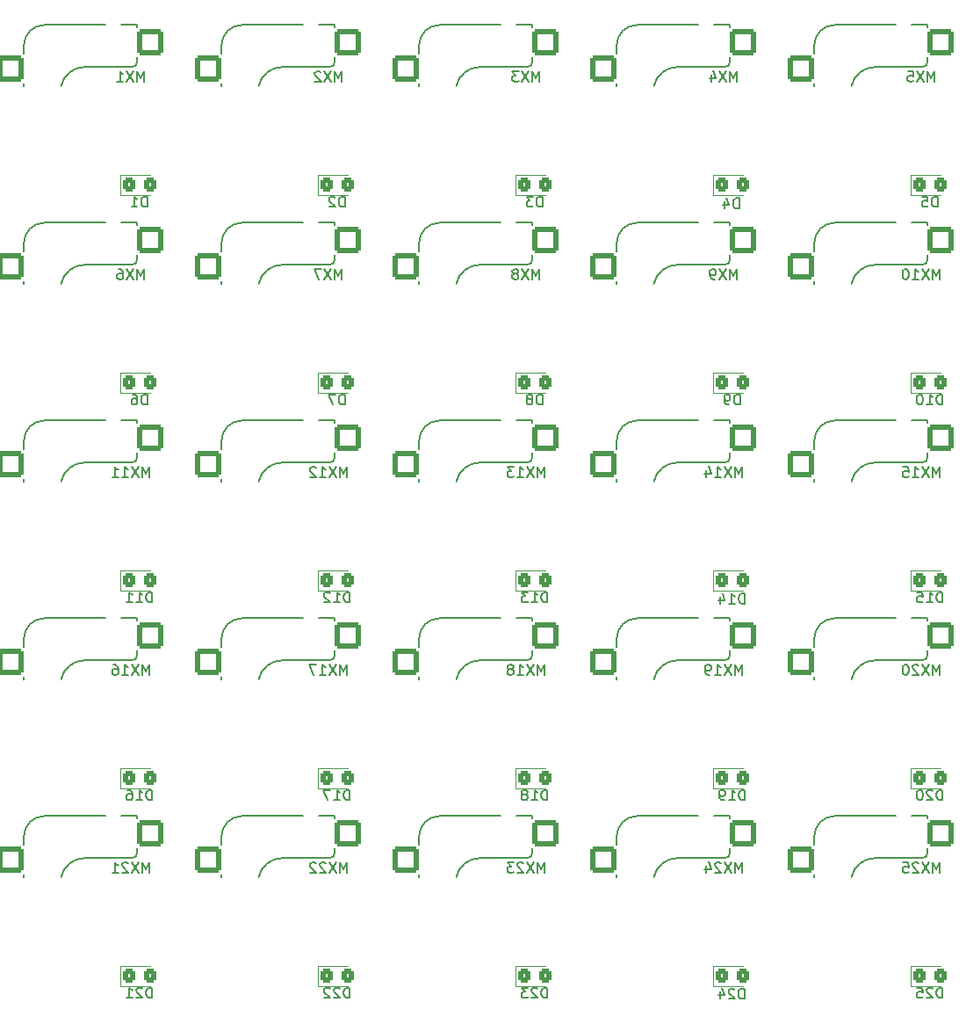
<source format=gbr>
%TF.GenerationSoftware,KiCad,Pcbnew,7.0.1*%
%TF.CreationDate,2023-04-16T00:18:29-05:00*%
%TF.ProjectId,5x5 Macro Pad,35783520-4d61-4637-926f-205061642e6b,rev?*%
%TF.SameCoordinates,Original*%
%TF.FileFunction,Legend,Bot*%
%TF.FilePolarity,Positive*%
%FSLAX46Y46*%
G04 Gerber Fmt 4.6, Leading zero omitted, Abs format (unit mm)*
G04 Created by KiCad (PCBNEW 7.0.1) date 2023-04-16 00:18:29*
%MOMM*%
%LPD*%
G01*
G04 APERTURE LIST*
G04 Aperture macros list*
%AMRoundRect*
0 Rectangle with rounded corners*
0 $1 Rounding radius*
0 $2 $3 $4 $5 $6 $7 $8 $9 X,Y pos of 4 corners*
0 Add a 4 corners polygon primitive as box body*
4,1,4,$2,$3,$4,$5,$6,$7,$8,$9,$2,$3,0*
0 Add four circle primitives for the rounded corners*
1,1,$1+$1,$2,$3*
1,1,$1+$1,$4,$5*
1,1,$1+$1,$6,$7*
1,1,$1+$1,$8,$9*
0 Add four rect primitives between the rounded corners*
20,1,$1+$1,$2,$3,$4,$5,0*
20,1,$1+$1,$4,$5,$6,$7,0*
20,1,$1+$1,$6,$7,$8,$9,0*
20,1,$1+$1,$8,$9,$2,$3,0*%
G04 Aperture macros list end*
%ADD10C,0.150000*%
%ADD11C,0.120000*%
%ADD12RoundRect,0.250000X-0.325000X-0.450000X0.325000X-0.450000X0.325000X0.450000X-0.325000X0.450000X0*%
%ADD13C,1.750000*%
%ADD14C,3.987800*%
%ADD15C,3.300000*%
%ADD16RoundRect,0.250000X1.025000X1.000000X-1.025000X1.000000X-1.025000X-1.000000X1.025000X-1.000000X0*%
%ADD17O,1.700000X1.700000*%
%ADD18R,1.700000X1.700000*%
%ADD19O,1.800000X1.800000*%
%ADD20O,1.500000X1.500000*%
G04 APERTURE END LIST*
D10*
%TO.C,D25*%
X163441785Y-172705369D02*
X163441785Y-171705369D01*
X163441785Y-171705369D02*
X163203690Y-171705369D01*
X163203690Y-171705369D02*
X163060833Y-171752988D01*
X163060833Y-171752988D02*
X162965595Y-171848226D01*
X162965595Y-171848226D02*
X162917976Y-171943464D01*
X162917976Y-171943464D02*
X162870357Y-172133940D01*
X162870357Y-172133940D02*
X162870357Y-172276797D01*
X162870357Y-172276797D02*
X162917976Y-172467273D01*
X162917976Y-172467273D02*
X162965595Y-172562511D01*
X162965595Y-172562511D02*
X163060833Y-172657750D01*
X163060833Y-172657750D02*
X163203690Y-172705369D01*
X163203690Y-172705369D02*
X163441785Y-172705369D01*
X162489404Y-171800607D02*
X162441785Y-171752988D01*
X162441785Y-171752988D02*
X162346547Y-171705369D01*
X162346547Y-171705369D02*
X162108452Y-171705369D01*
X162108452Y-171705369D02*
X162013214Y-171752988D01*
X162013214Y-171752988D02*
X161965595Y-171800607D01*
X161965595Y-171800607D02*
X161917976Y-171895845D01*
X161917976Y-171895845D02*
X161917976Y-171991083D01*
X161917976Y-171991083D02*
X161965595Y-172133940D01*
X161965595Y-172133940D02*
X162537023Y-172705369D01*
X162537023Y-172705369D02*
X161917976Y-172705369D01*
X161013214Y-171705369D02*
X161489404Y-171705369D01*
X161489404Y-171705369D02*
X161537023Y-172181559D01*
X161537023Y-172181559D02*
X161489404Y-172133940D01*
X161489404Y-172133940D02*
X161394166Y-172086321D01*
X161394166Y-172086321D02*
X161156071Y-172086321D01*
X161156071Y-172086321D02*
X161060833Y-172133940D01*
X161060833Y-172133940D02*
X161013214Y-172181559D01*
X161013214Y-172181559D02*
X160965595Y-172276797D01*
X160965595Y-172276797D02*
X160965595Y-172514892D01*
X160965595Y-172514892D02*
X161013214Y-172610130D01*
X161013214Y-172610130D02*
X161060833Y-172657750D01*
X161060833Y-172657750D02*
X161156071Y-172705369D01*
X161156071Y-172705369D02*
X161394166Y-172705369D01*
X161394166Y-172705369D02*
X161489404Y-172657750D01*
X161489404Y-172657750D02*
X161537023Y-172610130D01*
%TO.C,D24*%
X144351561Y-172788871D02*
X144351561Y-171788871D01*
X144351561Y-171788871D02*
X144113466Y-171788871D01*
X144113466Y-171788871D02*
X143970609Y-171836490D01*
X143970609Y-171836490D02*
X143875371Y-171931728D01*
X143875371Y-171931728D02*
X143827752Y-172026966D01*
X143827752Y-172026966D02*
X143780133Y-172217442D01*
X143780133Y-172217442D02*
X143780133Y-172360299D01*
X143780133Y-172360299D02*
X143827752Y-172550775D01*
X143827752Y-172550775D02*
X143875371Y-172646013D01*
X143875371Y-172646013D02*
X143970609Y-172741252D01*
X143970609Y-172741252D02*
X144113466Y-172788871D01*
X144113466Y-172788871D02*
X144351561Y-172788871D01*
X143399180Y-171884109D02*
X143351561Y-171836490D01*
X143351561Y-171836490D02*
X143256323Y-171788871D01*
X143256323Y-171788871D02*
X143018228Y-171788871D01*
X143018228Y-171788871D02*
X142922990Y-171836490D01*
X142922990Y-171836490D02*
X142875371Y-171884109D01*
X142875371Y-171884109D02*
X142827752Y-171979347D01*
X142827752Y-171979347D02*
X142827752Y-172074585D01*
X142827752Y-172074585D02*
X142875371Y-172217442D01*
X142875371Y-172217442D02*
X143446799Y-172788871D01*
X143446799Y-172788871D02*
X142827752Y-172788871D01*
X141970609Y-172122204D02*
X141970609Y-172788871D01*
X142208704Y-171741252D02*
X142446799Y-172455537D01*
X142446799Y-172455537D02*
X141827752Y-172455537D01*
%TO.C,D23*%
X125341785Y-172705369D02*
X125341785Y-171705369D01*
X125341785Y-171705369D02*
X125103690Y-171705369D01*
X125103690Y-171705369D02*
X124960833Y-171752988D01*
X124960833Y-171752988D02*
X124865595Y-171848226D01*
X124865595Y-171848226D02*
X124817976Y-171943464D01*
X124817976Y-171943464D02*
X124770357Y-172133940D01*
X124770357Y-172133940D02*
X124770357Y-172276797D01*
X124770357Y-172276797D02*
X124817976Y-172467273D01*
X124817976Y-172467273D02*
X124865595Y-172562511D01*
X124865595Y-172562511D02*
X124960833Y-172657750D01*
X124960833Y-172657750D02*
X125103690Y-172705369D01*
X125103690Y-172705369D02*
X125341785Y-172705369D01*
X124389404Y-171800607D02*
X124341785Y-171752988D01*
X124341785Y-171752988D02*
X124246547Y-171705369D01*
X124246547Y-171705369D02*
X124008452Y-171705369D01*
X124008452Y-171705369D02*
X123913214Y-171752988D01*
X123913214Y-171752988D02*
X123865595Y-171800607D01*
X123865595Y-171800607D02*
X123817976Y-171895845D01*
X123817976Y-171895845D02*
X123817976Y-171991083D01*
X123817976Y-171991083D02*
X123865595Y-172133940D01*
X123865595Y-172133940D02*
X124437023Y-172705369D01*
X124437023Y-172705369D02*
X123817976Y-172705369D01*
X123484642Y-171705369D02*
X122865595Y-171705369D01*
X122865595Y-171705369D02*
X123198928Y-172086321D01*
X123198928Y-172086321D02*
X123056071Y-172086321D01*
X123056071Y-172086321D02*
X122960833Y-172133940D01*
X122960833Y-172133940D02*
X122913214Y-172181559D01*
X122913214Y-172181559D02*
X122865595Y-172276797D01*
X122865595Y-172276797D02*
X122865595Y-172514892D01*
X122865595Y-172514892D02*
X122913214Y-172610130D01*
X122913214Y-172610130D02*
X122960833Y-172657750D01*
X122960833Y-172657750D02*
X123056071Y-172705369D01*
X123056071Y-172705369D02*
X123341785Y-172705369D01*
X123341785Y-172705369D02*
X123437023Y-172657750D01*
X123437023Y-172657750D02*
X123484642Y-172610130D01*
%TO.C,D22*%
X106291785Y-172705369D02*
X106291785Y-171705369D01*
X106291785Y-171705369D02*
X106053690Y-171705369D01*
X106053690Y-171705369D02*
X105910833Y-171752988D01*
X105910833Y-171752988D02*
X105815595Y-171848226D01*
X105815595Y-171848226D02*
X105767976Y-171943464D01*
X105767976Y-171943464D02*
X105720357Y-172133940D01*
X105720357Y-172133940D02*
X105720357Y-172276797D01*
X105720357Y-172276797D02*
X105767976Y-172467273D01*
X105767976Y-172467273D02*
X105815595Y-172562511D01*
X105815595Y-172562511D02*
X105910833Y-172657750D01*
X105910833Y-172657750D02*
X106053690Y-172705369D01*
X106053690Y-172705369D02*
X106291785Y-172705369D01*
X105339404Y-171800607D02*
X105291785Y-171752988D01*
X105291785Y-171752988D02*
X105196547Y-171705369D01*
X105196547Y-171705369D02*
X104958452Y-171705369D01*
X104958452Y-171705369D02*
X104863214Y-171752988D01*
X104863214Y-171752988D02*
X104815595Y-171800607D01*
X104815595Y-171800607D02*
X104767976Y-171895845D01*
X104767976Y-171895845D02*
X104767976Y-171991083D01*
X104767976Y-171991083D02*
X104815595Y-172133940D01*
X104815595Y-172133940D02*
X105387023Y-172705369D01*
X105387023Y-172705369D02*
X104767976Y-172705369D01*
X104387023Y-171800607D02*
X104339404Y-171752988D01*
X104339404Y-171752988D02*
X104244166Y-171705369D01*
X104244166Y-171705369D02*
X104006071Y-171705369D01*
X104006071Y-171705369D02*
X103910833Y-171752988D01*
X103910833Y-171752988D02*
X103863214Y-171800607D01*
X103863214Y-171800607D02*
X103815595Y-171895845D01*
X103815595Y-171895845D02*
X103815595Y-171991083D01*
X103815595Y-171991083D02*
X103863214Y-172133940D01*
X103863214Y-172133940D02*
X104434642Y-172705369D01*
X104434642Y-172705369D02*
X103815595Y-172705369D01*
%TO.C,D21*%
X87241785Y-172705369D02*
X87241785Y-171705369D01*
X87241785Y-171705369D02*
X87003690Y-171705369D01*
X87003690Y-171705369D02*
X86860833Y-171752988D01*
X86860833Y-171752988D02*
X86765595Y-171848226D01*
X86765595Y-171848226D02*
X86717976Y-171943464D01*
X86717976Y-171943464D02*
X86670357Y-172133940D01*
X86670357Y-172133940D02*
X86670357Y-172276797D01*
X86670357Y-172276797D02*
X86717976Y-172467273D01*
X86717976Y-172467273D02*
X86765595Y-172562511D01*
X86765595Y-172562511D02*
X86860833Y-172657750D01*
X86860833Y-172657750D02*
X87003690Y-172705369D01*
X87003690Y-172705369D02*
X87241785Y-172705369D01*
X86289404Y-171800607D02*
X86241785Y-171752988D01*
X86241785Y-171752988D02*
X86146547Y-171705369D01*
X86146547Y-171705369D02*
X85908452Y-171705369D01*
X85908452Y-171705369D02*
X85813214Y-171752988D01*
X85813214Y-171752988D02*
X85765595Y-171800607D01*
X85765595Y-171800607D02*
X85717976Y-171895845D01*
X85717976Y-171895845D02*
X85717976Y-171991083D01*
X85717976Y-171991083D02*
X85765595Y-172133940D01*
X85765595Y-172133940D02*
X86337023Y-172705369D01*
X86337023Y-172705369D02*
X85717976Y-172705369D01*
X84765595Y-172705369D02*
X85337023Y-172705369D01*
X85051309Y-172705369D02*
X85051309Y-171705369D01*
X85051309Y-171705369D02*
X85146547Y-171848226D01*
X85146547Y-171848226D02*
X85241785Y-171943464D01*
X85241785Y-171943464D02*
X85337023Y-171991083D01*
%TO.C,D20*%
X163441785Y-153655369D02*
X163441785Y-152655369D01*
X163441785Y-152655369D02*
X163203690Y-152655369D01*
X163203690Y-152655369D02*
X163060833Y-152702988D01*
X163060833Y-152702988D02*
X162965595Y-152798226D01*
X162965595Y-152798226D02*
X162917976Y-152893464D01*
X162917976Y-152893464D02*
X162870357Y-153083940D01*
X162870357Y-153083940D02*
X162870357Y-153226797D01*
X162870357Y-153226797D02*
X162917976Y-153417273D01*
X162917976Y-153417273D02*
X162965595Y-153512511D01*
X162965595Y-153512511D02*
X163060833Y-153607750D01*
X163060833Y-153607750D02*
X163203690Y-153655369D01*
X163203690Y-153655369D02*
X163441785Y-153655369D01*
X162489404Y-152750607D02*
X162441785Y-152702988D01*
X162441785Y-152702988D02*
X162346547Y-152655369D01*
X162346547Y-152655369D02*
X162108452Y-152655369D01*
X162108452Y-152655369D02*
X162013214Y-152702988D01*
X162013214Y-152702988D02*
X161965595Y-152750607D01*
X161965595Y-152750607D02*
X161917976Y-152845845D01*
X161917976Y-152845845D02*
X161917976Y-152941083D01*
X161917976Y-152941083D02*
X161965595Y-153083940D01*
X161965595Y-153083940D02*
X162537023Y-153655369D01*
X162537023Y-153655369D02*
X161917976Y-153655369D01*
X161298928Y-152655369D02*
X161203690Y-152655369D01*
X161203690Y-152655369D02*
X161108452Y-152702988D01*
X161108452Y-152702988D02*
X161060833Y-152750607D01*
X161060833Y-152750607D02*
X161013214Y-152845845D01*
X161013214Y-152845845D02*
X160965595Y-153036321D01*
X160965595Y-153036321D02*
X160965595Y-153274416D01*
X160965595Y-153274416D02*
X161013214Y-153464892D01*
X161013214Y-153464892D02*
X161060833Y-153560130D01*
X161060833Y-153560130D02*
X161108452Y-153607750D01*
X161108452Y-153607750D02*
X161203690Y-153655369D01*
X161203690Y-153655369D02*
X161298928Y-153655369D01*
X161298928Y-153655369D02*
X161394166Y-153607750D01*
X161394166Y-153607750D02*
X161441785Y-153560130D01*
X161441785Y-153560130D02*
X161489404Y-153464892D01*
X161489404Y-153464892D02*
X161537023Y-153274416D01*
X161537023Y-153274416D02*
X161537023Y-153036321D01*
X161537023Y-153036321D02*
X161489404Y-152845845D01*
X161489404Y-152845845D02*
X161441785Y-152750607D01*
X161441785Y-152750607D02*
X161394166Y-152702988D01*
X161394166Y-152702988D02*
X161298928Y-152655369D01*
%TO.C,D19*%
X144391785Y-153655369D02*
X144391785Y-152655369D01*
X144391785Y-152655369D02*
X144153690Y-152655369D01*
X144153690Y-152655369D02*
X144010833Y-152702988D01*
X144010833Y-152702988D02*
X143915595Y-152798226D01*
X143915595Y-152798226D02*
X143867976Y-152893464D01*
X143867976Y-152893464D02*
X143820357Y-153083940D01*
X143820357Y-153083940D02*
X143820357Y-153226797D01*
X143820357Y-153226797D02*
X143867976Y-153417273D01*
X143867976Y-153417273D02*
X143915595Y-153512511D01*
X143915595Y-153512511D02*
X144010833Y-153607750D01*
X144010833Y-153607750D02*
X144153690Y-153655369D01*
X144153690Y-153655369D02*
X144391785Y-153655369D01*
X142867976Y-153655369D02*
X143439404Y-153655369D01*
X143153690Y-153655369D02*
X143153690Y-152655369D01*
X143153690Y-152655369D02*
X143248928Y-152798226D01*
X143248928Y-152798226D02*
X143344166Y-152893464D01*
X143344166Y-152893464D02*
X143439404Y-152941083D01*
X142391785Y-153655369D02*
X142201309Y-153655369D01*
X142201309Y-153655369D02*
X142106071Y-153607750D01*
X142106071Y-153607750D02*
X142058452Y-153560130D01*
X142058452Y-153560130D02*
X141963214Y-153417273D01*
X141963214Y-153417273D02*
X141915595Y-153226797D01*
X141915595Y-153226797D02*
X141915595Y-152845845D01*
X141915595Y-152845845D02*
X141963214Y-152750607D01*
X141963214Y-152750607D02*
X142010833Y-152702988D01*
X142010833Y-152702988D02*
X142106071Y-152655369D01*
X142106071Y-152655369D02*
X142296547Y-152655369D01*
X142296547Y-152655369D02*
X142391785Y-152702988D01*
X142391785Y-152702988D02*
X142439404Y-152750607D01*
X142439404Y-152750607D02*
X142487023Y-152845845D01*
X142487023Y-152845845D02*
X142487023Y-153083940D01*
X142487023Y-153083940D02*
X142439404Y-153179178D01*
X142439404Y-153179178D02*
X142391785Y-153226797D01*
X142391785Y-153226797D02*
X142296547Y-153274416D01*
X142296547Y-153274416D02*
X142106071Y-153274416D01*
X142106071Y-153274416D02*
X142010833Y-153226797D01*
X142010833Y-153226797D02*
X141963214Y-153179178D01*
X141963214Y-153179178D02*
X141915595Y-153083940D01*
%TO.C,D18*%
X125341785Y-153655369D02*
X125341785Y-152655369D01*
X125341785Y-152655369D02*
X125103690Y-152655369D01*
X125103690Y-152655369D02*
X124960833Y-152702988D01*
X124960833Y-152702988D02*
X124865595Y-152798226D01*
X124865595Y-152798226D02*
X124817976Y-152893464D01*
X124817976Y-152893464D02*
X124770357Y-153083940D01*
X124770357Y-153083940D02*
X124770357Y-153226797D01*
X124770357Y-153226797D02*
X124817976Y-153417273D01*
X124817976Y-153417273D02*
X124865595Y-153512511D01*
X124865595Y-153512511D02*
X124960833Y-153607750D01*
X124960833Y-153607750D02*
X125103690Y-153655369D01*
X125103690Y-153655369D02*
X125341785Y-153655369D01*
X123817976Y-153655369D02*
X124389404Y-153655369D01*
X124103690Y-153655369D02*
X124103690Y-152655369D01*
X124103690Y-152655369D02*
X124198928Y-152798226D01*
X124198928Y-152798226D02*
X124294166Y-152893464D01*
X124294166Y-152893464D02*
X124389404Y-152941083D01*
X123246547Y-153083940D02*
X123341785Y-153036321D01*
X123341785Y-153036321D02*
X123389404Y-152988702D01*
X123389404Y-152988702D02*
X123437023Y-152893464D01*
X123437023Y-152893464D02*
X123437023Y-152845845D01*
X123437023Y-152845845D02*
X123389404Y-152750607D01*
X123389404Y-152750607D02*
X123341785Y-152702988D01*
X123341785Y-152702988D02*
X123246547Y-152655369D01*
X123246547Y-152655369D02*
X123056071Y-152655369D01*
X123056071Y-152655369D02*
X122960833Y-152702988D01*
X122960833Y-152702988D02*
X122913214Y-152750607D01*
X122913214Y-152750607D02*
X122865595Y-152845845D01*
X122865595Y-152845845D02*
X122865595Y-152893464D01*
X122865595Y-152893464D02*
X122913214Y-152988702D01*
X122913214Y-152988702D02*
X122960833Y-153036321D01*
X122960833Y-153036321D02*
X123056071Y-153083940D01*
X123056071Y-153083940D02*
X123246547Y-153083940D01*
X123246547Y-153083940D02*
X123341785Y-153131559D01*
X123341785Y-153131559D02*
X123389404Y-153179178D01*
X123389404Y-153179178D02*
X123437023Y-153274416D01*
X123437023Y-153274416D02*
X123437023Y-153464892D01*
X123437023Y-153464892D02*
X123389404Y-153560130D01*
X123389404Y-153560130D02*
X123341785Y-153607750D01*
X123341785Y-153607750D02*
X123246547Y-153655369D01*
X123246547Y-153655369D02*
X123056071Y-153655369D01*
X123056071Y-153655369D02*
X122960833Y-153607750D01*
X122960833Y-153607750D02*
X122913214Y-153560130D01*
X122913214Y-153560130D02*
X122865595Y-153464892D01*
X122865595Y-153464892D02*
X122865595Y-153274416D01*
X122865595Y-153274416D02*
X122913214Y-153179178D01*
X122913214Y-153179178D02*
X122960833Y-153131559D01*
X122960833Y-153131559D02*
X123056071Y-153083940D01*
%TO.C,D17*%
X106291785Y-153655369D02*
X106291785Y-152655369D01*
X106291785Y-152655369D02*
X106053690Y-152655369D01*
X106053690Y-152655369D02*
X105910833Y-152702988D01*
X105910833Y-152702988D02*
X105815595Y-152798226D01*
X105815595Y-152798226D02*
X105767976Y-152893464D01*
X105767976Y-152893464D02*
X105720357Y-153083940D01*
X105720357Y-153083940D02*
X105720357Y-153226797D01*
X105720357Y-153226797D02*
X105767976Y-153417273D01*
X105767976Y-153417273D02*
X105815595Y-153512511D01*
X105815595Y-153512511D02*
X105910833Y-153607750D01*
X105910833Y-153607750D02*
X106053690Y-153655369D01*
X106053690Y-153655369D02*
X106291785Y-153655369D01*
X104767976Y-153655369D02*
X105339404Y-153655369D01*
X105053690Y-153655369D02*
X105053690Y-152655369D01*
X105053690Y-152655369D02*
X105148928Y-152798226D01*
X105148928Y-152798226D02*
X105244166Y-152893464D01*
X105244166Y-152893464D02*
X105339404Y-152941083D01*
X104434642Y-152655369D02*
X103767976Y-152655369D01*
X103767976Y-152655369D02*
X104196547Y-153655369D01*
%TO.C,D16*%
X87241785Y-153655369D02*
X87241785Y-152655369D01*
X87241785Y-152655369D02*
X87003690Y-152655369D01*
X87003690Y-152655369D02*
X86860833Y-152702988D01*
X86860833Y-152702988D02*
X86765595Y-152798226D01*
X86765595Y-152798226D02*
X86717976Y-152893464D01*
X86717976Y-152893464D02*
X86670357Y-153083940D01*
X86670357Y-153083940D02*
X86670357Y-153226797D01*
X86670357Y-153226797D02*
X86717976Y-153417273D01*
X86717976Y-153417273D02*
X86765595Y-153512511D01*
X86765595Y-153512511D02*
X86860833Y-153607750D01*
X86860833Y-153607750D02*
X87003690Y-153655369D01*
X87003690Y-153655369D02*
X87241785Y-153655369D01*
X85717976Y-153655369D02*
X86289404Y-153655369D01*
X86003690Y-153655369D02*
X86003690Y-152655369D01*
X86003690Y-152655369D02*
X86098928Y-152798226D01*
X86098928Y-152798226D02*
X86194166Y-152893464D01*
X86194166Y-152893464D02*
X86289404Y-152941083D01*
X84860833Y-152655369D02*
X85051309Y-152655369D01*
X85051309Y-152655369D02*
X85146547Y-152702988D01*
X85146547Y-152702988D02*
X85194166Y-152750607D01*
X85194166Y-152750607D02*
X85289404Y-152893464D01*
X85289404Y-152893464D02*
X85337023Y-153083940D01*
X85337023Y-153083940D02*
X85337023Y-153464892D01*
X85337023Y-153464892D02*
X85289404Y-153560130D01*
X85289404Y-153560130D02*
X85241785Y-153607750D01*
X85241785Y-153607750D02*
X85146547Y-153655369D01*
X85146547Y-153655369D02*
X84956071Y-153655369D01*
X84956071Y-153655369D02*
X84860833Y-153607750D01*
X84860833Y-153607750D02*
X84813214Y-153560130D01*
X84813214Y-153560130D02*
X84765595Y-153464892D01*
X84765595Y-153464892D02*
X84765595Y-153226797D01*
X84765595Y-153226797D02*
X84813214Y-153131559D01*
X84813214Y-153131559D02*
X84860833Y-153083940D01*
X84860833Y-153083940D02*
X84956071Y-153036321D01*
X84956071Y-153036321D02*
X85146547Y-153036321D01*
X85146547Y-153036321D02*
X85241785Y-153083940D01*
X85241785Y-153083940D02*
X85289404Y-153131559D01*
X85289404Y-153131559D02*
X85337023Y-153226797D01*
%TO.C,D15*%
X163441785Y-134605369D02*
X163441785Y-133605369D01*
X163441785Y-133605369D02*
X163203690Y-133605369D01*
X163203690Y-133605369D02*
X163060833Y-133652988D01*
X163060833Y-133652988D02*
X162965595Y-133748226D01*
X162965595Y-133748226D02*
X162917976Y-133843464D01*
X162917976Y-133843464D02*
X162870357Y-134033940D01*
X162870357Y-134033940D02*
X162870357Y-134176797D01*
X162870357Y-134176797D02*
X162917976Y-134367273D01*
X162917976Y-134367273D02*
X162965595Y-134462511D01*
X162965595Y-134462511D02*
X163060833Y-134557750D01*
X163060833Y-134557750D02*
X163203690Y-134605369D01*
X163203690Y-134605369D02*
X163441785Y-134605369D01*
X161917976Y-134605369D02*
X162489404Y-134605369D01*
X162203690Y-134605369D02*
X162203690Y-133605369D01*
X162203690Y-133605369D02*
X162298928Y-133748226D01*
X162298928Y-133748226D02*
X162394166Y-133843464D01*
X162394166Y-133843464D02*
X162489404Y-133891083D01*
X161013214Y-133605369D02*
X161489404Y-133605369D01*
X161489404Y-133605369D02*
X161537023Y-134081559D01*
X161537023Y-134081559D02*
X161489404Y-134033940D01*
X161489404Y-134033940D02*
X161394166Y-133986321D01*
X161394166Y-133986321D02*
X161156071Y-133986321D01*
X161156071Y-133986321D02*
X161060833Y-134033940D01*
X161060833Y-134033940D02*
X161013214Y-134081559D01*
X161013214Y-134081559D02*
X160965595Y-134176797D01*
X160965595Y-134176797D02*
X160965595Y-134414892D01*
X160965595Y-134414892D02*
X161013214Y-134510130D01*
X161013214Y-134510130D02*
X161060833Y-134557750D01*
X161060833Y-134557750D02*
X161156071Y-134605369D01*
X161156071Y-134605369D02*
X161394166Y-134605369D01*
X161394166Y-134605369D02*
X161489404Y-134557750D01*
X161489404Y-134557750D02*
X161537023Y-134510130D01*
%TO.C,D14*%
X144379772Y-134744892D02*
X144379772Y-133744892D01*
X144379772Y-133744892D02*
X144141677Y-133744892D01*
X144141677Y-133744892D02*
X143998820Y-133792511D01*
X143998820Y-133792511D02*
X143903582Y-133887749D01*
X143903582Y-133887749D02*
X143855963Y-133982987D01*
X143855963Y-133982987D02*
X143808344Y-134173463D01*
X143808344Y-134173463D02*
X143808344Y-134316320D01*
X143808344Y-134316320D02*
X143855963Y-134506796D01*
X143855963Y-134506796D02*
X143903582Y-134602034D01*
X143903582Y-134602034D02*
X143998820Y-134697273D01*
X143998820Y-134697273D02*
X144141677Y-134744892D01*
X144141677Y-134744892D02*
X144379772Y-134744892D01*
X142855963Y-134744892D02*
X143427391Y-134744892D01*
X143141677Y-134744892D02*
X143141677Y-133744892D01*
X143141677Y-133744892D02*
X143236915Y-133887749D01*
X143236915Y-133887749D02*
X143332153Y-133982987D01*
X143332153Y-133982987D02*
X143427391Y-134030606D01*
X141998820Y-134078225D02*
X141998820Y-134744892D01*
X142236915Y-133697273D02*
X142475010Y-134411558D01*
X142475010Y-134411558D02*
X141855963Y-134411558D01*
%TO.C,D13*%
X125341785Y-134605369D02*
X125341785Y-133605369D01*
X125341785Y-133605369D02*
X125103690Y-133605369D01*
X125103690Y-133605369D02*
X124960833Y-133652988D01*
X124960833Y-133652988D02*
X124865595Y-133748226D01*
X124865595Y-133748226D02*
X124817976Y-133843464D01*
X124817976Y-133843464D02*
X124770357Y-134033940D01*
X124770357Y-134033940D02*
X124770357Y-134176797D01*
X124770357Y-134176797D02*
X124817976Y-134367273D01*
X124817976Y-134367273D02*
X124865595Y-134462511D01*
X124865595Y-134462511D02*
X124960833Y-134557750D01*
X124960833Y-134557750D02*
X125103690Y-134605369D01*
X125103690Y-134605369D02*
X125341785Y-134605369D01*
X123817976Y-134605369D02*
X124389404Y-134605369D01*
X124103690Y-134605369D02*
X124103690Y-133605369D01*
X124103690Y-133605369D02*
X124198928Y-133748226D01*
X124198928Y-133748226D02*
X124294166Y-133843464D01*
X124294166Y-133843464D02*
X124389404Y-133891083D01*
X123484642Y-133605369D02*
X122865595Y-133605369D01*
X122865595Y-133605369D02*
X123198928Y-133986321D01*
X123198928Y-133986321D02*
X123056071Y-133986321D01*
X123056071Y-133986321D02*
X122960833Y-134033940D01*
X122960833Y-134033940D02*
X122913214Y-134081559D01*
X122913214Y-134081559D02*
X122865595Y-134176797D01*
X122865595Y-134176797D02*
X122865595Y-134414892D01*
X122865595Y-134414892D02*
X122913214Y-134510130D01*
X122913214Y-134510130D02*
X122960833Y-134557750D01*
X122960833Y-134557750D02*
X123056071Y-134605369D01*
X123056071Y-134605369D02*
X123341785Y-134605369D01*
X123341785Y-134605369D02*
X123437023Y-134557750D01*
X123437023Y-134557750D02*
X123484642Y-134510130D01*
%TO.C,D12*%
X106291785Y-134605369D02*
X106291785Y-133605369D01*
X106291785Y-133605369D02*
X106053690Y-133605369D01*
X106053690Y-133605369D02*
X105910833Y-133652988D01*
X105910833Y-133652988D02*
X105815595Y-133748226D01*
X105815595Y-133748226D02*
X105767976Y-133843464D01*
X105767976Y-133843464D02*
X105720357Y-134033940D01*
X105720357Y-134033940D02*
X105720357Y-134176797D01*
X105720357Y-134176797D02*
X105767976Y-134367273D01*
X105767976Y-134367273D02*
X105815595Y-134462511D01*
X105815595Y-134462511D02*
X105910833Y-134557750D01*
X105910833Y-134557750D02*
X106053690Y-134605369D01*
X106053690Y-134605369D02*
X106291785Y-134605369D01*
X104767976Y-134605369D02*
X105339404Y-134605369D01*
X105053690Y-134605369D02*
X105053690Y-133605369D01*
X105053690Y-133605369D02*
X105148928Y-133748226D01*
X105148928Y-133748226D02*
X105244166Y-133843464D01*
X105244166Y-133843464D02*
X105339404Y-133891083D01*
X104387023Y-133700607D02*
X104339404Y-133652988D01*
X104339404Y-133652988D02*
X104244166Y-133605369D01*
X104244166Y-133605369D02*
X104006071Y-133605369D01*
X104006071Y-133605369D02*
X103910833Y-133652988D01*
X103910833Y-133652988D02*
X103863214Y-133700607D01*
X103863214Y-133700607D02*
X103815595Y-133795845D01*
X103815595Y-133795845D02*
X103815595Y-133891083D01*
X103815595Y-133891083D02*
X103863214Y-134033940D01*
X103863214Y-134033940D02*
X104434642Y-134605369D01*
X104434642Y-134605369D02*
X103815595Y-134605369D01*
%TO.C,D11*%
X87241785Y-134605369D02*
X87241785Y-133605369D01*
X87241785Y-133605369D02*
X87003690Y-133605369D01*
X87003690Y-133605369D02*
X86860833Y-133652988D01*
X86860833Y-133652988D02*
X86765595Y-133748226D01*
X86765595Y-133748226D02*
X86717976Y-133843464D01*
X86717976Y-133843464D02*
X86670357Y-134033940D01*
X86670357Y-134033940D02*
X86670357Y-134176797D01*
X86670357Y-134176797D02*
X86717976Y-134367273D01*
X86717976Y-134367273D02*
X86765595Y-134462511D01*
X86765595Y-134462511D02*
X86860833Y-134557750D01*
X86860833Y-134557750D02*
X87003690Y-134605369D01*
X87003690Y-134605369D02*
X87241785Y-134605369D01*
X85717976Y-134605369D02*
X86289404Y-134605369D01*
X86003690Y-134605369D02*
X86003690Y-133605369D01*
X86003690Y-133605369D02*
X86098928Y-133748226D01*
X86098928Y-133748226D02*
X86194166Y-133843464D01*
X86194166Y-133843464D02*
X86289404Y-133891083D01*
X84765595Y-134605369D02*
X85337023Y-134605369D01*
X85051309Y-134605369D02*
X85051309Y-133605369D01*
X85051309Y-133605369D02*
X85146547Y-133748226D01*
X85146547Y-133748226D02*
X85241785Y-133843464D01*
X85241785Y-133843464D02*
X85337023Y-133891083D01*
%TO.C,D10*%
X163441785Y-115555369D02*
X163441785Y-114555369D01*
X163441785Y-114555369D02*
X163203690Y-114555369D01*
X163203690Y-114555369D02*
X163060833Y-114602988D01*
X163060833Y-114602988D02*
X162965595Y-114698226D01*
X162965595Y-114698226D02*
X162917976Y-114793464D01*
X162917976Y-114793464D02*
X162870357Y-114983940D01*
X162870357Y-114983940D02*
X162870357Y-115126797D01*
X162870357Y-115126797D02*
X162917976Y-115317273D01*
X162917976Y-115317273D02*
X162965595Y-115412511D01*
X162965595Y-115412511D02*
X163060833Y-115507750D01*
X163060833Y-115507750D02*
X163203690Y-115555369D01*
X163203690Y-115555369D02*
X163441785Y-115555369D01*
X161917976Y-115555369D02*
X162489404Y-115555369D01*
X162203690Y-115555369D02*
X162203690Y-114555369D01*
X162203690Y-114555369D02*
X162298928Y-114698226D01*
X162298928Y-114698226D02*
X162394166Y-114793464D01*
X162394166Y-114793464D02*
X162489404Y-114841083D01*
X161298928Y-114555369D02*
X161203690Y-114555369D01*
X161203690Y-114555369D02*
X161108452Y-114602988D01*
X161108452Y-114602988D02*
X161060833Y-114650607D01*
X161060833Y-114650607D02*
X161013214Y-114745845D01*
X161013214Y-114745845D02*
X160965595Y-114936321D01*
X160965595Y-114936321D02*
X160965595Y-115174416D01*
X160965595Y-115174416D02*
X161013214Y-115364892D01*
X161013214Y-115364892D02*
X161060833Y-115460130D01*
X161060833Y-115460130D02*
X161108452Y-115507750D01*
X161108452Y-115507750D02*
X161203690Y-115555369D01*
X161203690Y-115555369D02*
X161298928Y-115555369D01*
X161298928Y-115555369D02*
X161394166Y-115507750D01*
X161394166Y-115507750D02*
X161441785Y-115460130D01*
X161441785Y-115460130D02*
X161489404Y-115364892D01*
X161489404Y-115364892D02*
X161537023Y-115174416D01*
X161537023Y-115174416D02*
X161537023Y-114936321D01*
X161537023Y-114936321D02*
X161489404Y-114745845D01*
X161489404Y-114745845D02*
X161441785Y-114650607D01*
X161441785Y-114650607D02*
X161394166Y-114602988D01*
X161394166Y-114602988D02*
X161298928Y-114555369D01*
%TO.C,D9*%
X143915594Y-115555369D02*
X143915594Y-114555369D01*
X143915594Y-114555369D02*
X143677499Y-114555369D01*
X143677499Y-114555369D02*
X143534642Y-114602988D01*
X143534642Y-114602988D02*
X143439404Y-114698226D01*
X143439404Y-114698226D02*
X143391785Y-114793464D01*
X143391785Y-114793464D02*
X143344166Y-114983940D01*
X143344166Y-114983940D02*
X143344166Y-115126797D01*
X143344166Y-115126797D02*
X143391785Y-115317273D01*
X143391785Y-115317273D02*
X143439404Y-115412511D01*
X143439404Y-115412511D02*
X143534642Y-115507750D01*
X143534642Y-115507750D02*
X143677499Y-115555369D01*
X143677499Y-115555369D02*
X143915594Y-115555369D01*
X142867975Y-115555369D02*
X142677499Y-115555369D01*
X142677499Y-115555369D02*
X142582261Y-115507750D01*
X142582261Y-115507750D02*
X142534642Y-115460130D01*
X142534642Y-115460130D02*
X142439404Y-115317273D01*
X142439404Y-115317273D02*
X142391785Y-115126797D01*
X142391785Y-115126797D02*
X142391785Y-114745845D01*
X142391785Y-114745845D02*
X142439404Y-114650607D01*
X142439404Y-114650607D02*
X142487023Y-114602988D01*
X142487023Y-114602988D02*
X142582261Y-114555369D01*
X142582261Y-114555369D02*
X142772737Y-114555369D01*
X142772737Y-114555369D02*
X142867975Y-114602988D01*
X142867975Y-114602988D02*
X142915594Y-114650607D01*
X142915594Y-114650607D02*
X142963213Y-114745845D01*
X142963213Y-114745845D02*
X142963213Y-114983940D01*
X142963213Y-114983940D02*
X142915594Y-115079178D01*
X142915594Y-115079178D02*
X142867975Y-115126797D01*
X142867975Y-115126797D02*
X142772737Y-115174416D01*
X142772737Y-115174416D02*
X142582261Y-115174416D01*
X142582261Y-115174416D02*
X142487023Y-115126797D01*
X142487023Y-115126797D02*
X142439404Y-115079178D01*
X142439404Y-115079178D02*
X142391785Y-114983940D01*
%TO.C,D8*%
X124865594Y-115555369D02*
X124865594Y-114555369D01*
X124865594Y-114555369D02*
X124627499Y-114555369D01*
X124627499Y-114555369D02*
X124484642Y-114602988D01*
X124484642Y-114602988D02*
X124389404Y-114698226D01*
X124389404Y-114698226D02*
X124341785Y-114793464D01*
X124341785Y-114793464D02*
X124294166Y-114983940D01*
X124294166Y-114983940D02*
X124294166Y-115126797D01*
X124294166Y-115126797D02*
X124341785Y-115317273D01*
X124341785Y-115317273D02*
X124389404Y-115412511D01*
X124389404Y-115412511D02*
X124484642Y-115507750D01*
X124484642Y-115507750D02*
X124627499Y-115555369D01*
X124627499Y-115555369D02*
X124865594Y-115555369D01*
X123722737Y-114983940D02*
X123817975Y-114936321D01*
X123817975Y-114936321D02*
X123865594Y-114888702D01*
X123865594Y-114888702D02*
X123913213Y-114793464D01*
X123913213Y-114793464D02*
X123913213Y-114745845D01*
X123913213Y-114745845D02*
X123865594Y-114650607D01*
X123865594Y-114650607D02*
X123817975Y-114602988D01*
X123817975Y-114602988D02*
X123722737Y-114555369D01*
X123722737Y-114555369D02*
X123532261Y-114555369D01*
X123532261Y-114555369D02*
X123437023Y-114602988D01*
X123437023Y-114602988D02*
X123389404Y-114650607D01*
X123389404Y-114650607D02*
X123341785Y-114745845D01*
X123341785Y-114745845D02*
X123341785Y-114793464D01*
X123341785Y-114793464D02*
X123389404Y-114888702D01*
X123389404Y-114888702D02*
X123437023Y-114936321D01*
X123437023Y-114936321D02*
X123532261Y-114983940D01*
X123532261Y-114983940D02*
X123722737Y-114983940D01*
X123722737Y-114983940D02*
X123817975Y-115031559D01*
X123817975Y-115031559D02*
X123865594Y-115079178D01*
X123865594Y-115079178D02*
X123913213Y-115174416D01*
X123913213Y-115174416D02*
X123913213Y-115364892D01*
X123913213Y-115364892D02*
X123865594Y-115460130D01*
X123865594Y-115460130D02*
X123817975Y-115507750D01*
X123817975Y-115507750D02*
X123722737Y-115555369D01*
X123722737Y-115555369D02*
X123532261Y-115555369D01*
X123532261Y-115555369D02*
X123437023Y-115507750D01*
X123437023Y-115507750D02*
X123389404Y-115460130D01*
X123389404Y-115460130D02*
X123341785Y-115364892D01*
X123341785Y-115364892D02*
X123341785Y-115174416D01*
X123341785Y-115174416D02*
X123389404Y-115079178D01*
X123389404Y-115079178D02*
X123437023Y-115031559D01*
X123437023Y-115031559D02*
X123532261Y-114983940D01*
%TO.C,D7*%
X105815594Y-115555369D02*
X105815594Y-114555369D01*
X105815594Y-114555369D02*
X105577499Y-114555369D01*
X105577499Y-114555369D02*
X105434642Y-114602988D01*
X105434642Y-114602988D02*
X105339404Y-114698226D01*
X105339404Y-114698226D02*
X105291785Y-114793464D01*
X105291785Y-114793464D02*
X105244166Y-114983940D01*
X105244166Y-114983940D02*
X105244166Y-115126797D01*
X105244166Y-115126797D02*
X105291785Y-115317273D01*
X105291785Y-115317273D02*
X105339404Y-115412511D01*
X105339404Y-115412511D02*
X105434642Y-115507750D01*
X105434642Y-115507750D02*
X105577499Y-115555369D01*
X105577499Y-115555369D02*
X105815594Y-115555369D01*
X104910832Y-114555369D02*
X104244166Y-114555369D01*
X104244166Y-114555369D02*
X104672737Y-115555369D01*
%TO.C,D6*%
X86765594Y-115555369D02*
X86765594Y-114555369D01*
X86765594Y-114555369D02*
X86527499Y-114555369D01*
X86527499Y-114555369D02*
X86384642Y-114602988D01*
X86384642Y-114602988D02*
X86289404Y-114698226D01*
X86289404Y-114698226D02*
X86241785Y-114793464D01*
X86241785Y-114793464D02*
X86194166Y-114983940D01*
X86194166Y-114983940D02*
X86194166Y-115126797D01*
X86194166Y-115126797D02*
X86241785Y-115317273D01*
X86241785Y-115317273D02*
X86289404Y-115412511D01*
X86289404Y-115412511D02*
X86384642Y-115507750D01*
X86384642Y-115507750D02*
X86527499Y-115555369D01*
X86527499Y-115555369D02*
X86765594Y-115555369D01*
X85337023Y-114555369D02*
X85527499Y-114555369D01*
X85527499Y-114555369D02*
X85622737Y-114602988D01*
X85622737Y-114602988D02*
X85670356Y-114650607D01*
X85670356Y-114650607D02*
X85765594Y-114793464D01*
X85765594Y-114793464D02*
X85813213Y-114983940D01*
X85813213Y-114983940D02*
X85813213Y-115364892D01*
X85813213Y-115364892D02*
X85765594Y-115460130D01*
X85765594Y-115460130D02*
X85717975Y-115507750D01*
X85717975Y-115507750D02*
X85622737Y-115555369D01*
X85622737Y-115555369D02*
X85432261Y-115555369D01*
X85432261Y-115555369D02*
X85337023Y-115507750D01*
X85337023Y-115507750D02*
X85289404Y-115460130D01*
X85289404Y-115460130D02*
X85241785Y-115364892D01*
X85241785Y-115364892D02*
X85241785Y-115126797D01*
X85241785Y-115126797D02*
X85289404Y-115031559D01*
X85289404Y-115031559D02*
X85337023Y-114983940D01*
X85337023Y-114983940D02*
X85432261Y-114936321D01*
X85432261Y-114936321D02*
X85622737Y-114936321D01*
X85622737Y-114936321D02*
X85717975Y-114983940D01*
X85717975Y-114983940D02*
X85765594Y-115031559D01*
X85765594Y-115031559D02*
X85813213Y-115126797D01*
%TO.C,D5*%
X162965594Y-96505369D02*
X162965594Y-95505369D01*
X162965594Y-95505369D02*
X162727499Y-95505369D01*
X162727499Y-95505369D02*
X162584642Y-95552988D01*
X162584642Y-95552988D02*
X162489404Y-95648226D01*
X162489404Y-95648226D02*
X162441785Y-95743464D01*
X162441785Y-95743464D02*
X162394166Y-95933940D01*
X162394166Y-95933940D02*
X162394166Y-96076797D01*
X162394166Y-96076797D02*
X162441785Y-96267273D01*
X162441785Y-96267273D02*
X162489404Y-96362511D01*
X162489404Y-96362511D02*
X162584642Y-96457750D01*
X162584642Y-96457750D02*
X162727499Y-96505369D01*
X162727499Y-96505369D02*
X162965594Y-96505369D01*
X161489404Y-95505369D02*
X161965594Y-95505369D01*
X161965594Y-95505369D02*
X162013213Y-95981559D01*
X162013213Y-95981559D02*
X161965594Y-95933940D01*
X161965594Y-95933940D02*
X161870356Y-95886321D01*
X161870356Y-95886321D02*
X161632261Y-95886321D01*
X161632261Y-95886321D02*
X161537023Y-95933940D01*
X161537023Y-95933940D02*
X161489404Y-95981559D01*
X161489404Y-95981559D02*
X161441785Y-96076797D01*
X161441785Y-96076797D02*
X161441785Y-96314892D01*
X161441785Y-96314892D02*
X161489404Y-96410130D01*
X161489404Y-96410130D02*
X161537023Y-96457750D01*
X161537023Y-96457750D02*
X161632261Y-96505369D01*
X161632261Y-96505369D02*
X161870356Y-96505369D01*
X161870356Y-96505369D02*
X161965594Y-96457750D01*
X161965594Y-96457750D02*
X162013213Y-96410130D01*
%TO.C,D4*%
X143833091Y-96666248D02*
X143833091Y-95666248D01*
X143833091Y-95666248D02*
X143594996Y-95666248D01*
X143594996Y-95666248D02*
X143452139Y-95713867D01*
X143452139Y-95713867D02*
X143356901Y-95809105D01*
X143356901Y-95809105D02*
X143309282Y-95904343D01*
X143309282Y-95904343D02*
X143261663Y-96094819D01*
X143261663Y-96094819D02*
X143261663Y-96237676D01*
X143261663Y-96237676D02*
X143309282Y-96428152D01*
X143309282Y-96428152D02*
X143356901Y-96523390D01*
X143356901Y-96523390D02*
X143452139Y-96618629D01*
X143452139Y-96618629D02*
X143594996Y-96666248D01*
X143594996Y-96666248D02*
X143833091Y-96666248D01*
X142404520Y-95999581D02*
X142404520Y-96666248D01*
X142642615Y-95618629D02*
X142880710Y-96332914D01*
X142880710Y-96332914D02*
X142261663Y-96332914D01*
%TO.C,D3*%
X124865594Y-96505369D02*
X124865594Y-95505369D01*
X124865594Y-95505369D02*
X124627499Y-95505369D01*
X124627499Y-95505369D02*
X124484642Y-95552988D01*
X124484642Y-95552988D02*
X124389404Y-95648226D01*
X124389404Y-95648226D02*
X124341785Y-95743464D01*
X124341785Y-95743464D02*
X124294166Y-95933940D01*
X124294166Y-95933940D02*
X124294166Y-96076797D01*
X124294166Y-96076797D02*
X124341785Y-96267273D01*
X124341785Y-96267273D02*
X124389404Y-96362511D01*
X124389404Y-96362511D02*
X124484642Y-96457750D01*
X124484642Y-96457750D02*
X124627499Y-96505369D01*
X124627499Y-96505369D02*
X124865594Y-96505369D01*
X123960832Y-95505369D02*
X123341785Y-95505369D01*
X123341785Y-95505369D02*
X123675118Y-95886321D01*
X123675118Y-95886321D02*
X123532261Y-95886321D01*
X123532261Y-95886321D02*
X123437023Y-95933940D01*
X123437023Y-95933940D02*
X123389404Y-95981559D01*
X123389404Y-95981559D02*
X123341785Y-96076797D01*
X123341785Y-96076797D02*
X123341785Y-96314892D01*
X123341785Y-96314892D02*
X123389404Y-96410130D01*
X123389404Y-96410130D02*
X123437023Y-96457750D01*
X123437023Y-96457750D02*
X123532261Y-96505369D01*
X123532261Y-96505369D02*
X123817975Y-96505369D01*
X123817975Y-96505369D02*
X123913213Y-96457750D01*
X123913213Y-96457750D02*
X123960832Y-96410130D01*
%TO.C,D2*%
X105815594Y-96505369D02*
X105815594Y-95505369D01*
X105815594Y-95505369D02*
X105577499Y-95505369D01*
X105577499Y-95505369D02*
X105434642Y-95552988D01*
X105434642Y-95552988D02*
X105339404Y-95648226D01*
X105339404Y-95648226D02*
X105291785Y-95743464D01*
X105291785Y-95743464D02*
X105244166Y-95933940D01*
X105244166Y-95933940D02*
X105244166Y-96076797D01*
X105244166Y-96076797D02*
X105291785Y-96267273D01*
X105291785Y-96267273D02*
X105339404Y-96362511D01*
X105339404Y-96362511D02*
X105434642Y-96457750D01*
X105434642Y-96457750D02*
X105577499Y-96505369D01*
X105577499Y-96505369D02*
X105815594Y-96505369D01*
X104863213Y-95600607D02*
X104815594Y-95552988D01*
X104815594Y-95552988D02*
X104720356Y-95505369D01*
X104720356Y-95505369D02*
X104482261Y-95505369D01*
X104482261Y-95505369D02*
X104387023Y-95552988D01*
X104387023Y-95552988D02*
X104339404Y-95600607D01*
X104339404Y-95600607D02*
X104291785Y-95695845D01*
X104291785Y-95695845D02*
X104291785Y-95791083D01*
X104291785Y-95791083D02*
X104339404Y-95933940D01*
X104339404Y-95933940D02*
X104910832Y-96505369D01*
X104910832Y-96505369D02*
X104291785Y-96505369D01*
%TO.C,D1*%
X86765594Y-96505369D02*
X86765594Y-95505369D01*
X86765594Y-95505369D02*
X86527499Y-95505369D01*
X86527499Y-95505369D02*
X86384642Y-95552988D01*
X86384642Y-95552988D02*
X86289404Y-95648226D01*
X86289404Y-95648226D02*
X86241785Y-95743464D01*
X86241785Y-95743464D02*
X86194166Y-95933940D01*
X86194166Y-95933940D02*
X86194166Y-96076797D01*
X86194166Y-96076797D02*
X86241785Y-96267273D01*
X86241785Y-96267273D02*
X86289404Y-96362511D01*
X86289404Y-96362511D02*
X86384642Y-96457750D01*
X86384642Y-96457750D02*
X86527499Y-96505369D01*
X86527499Y-96505369D02*
X86765594Y-96505369D01*
X85241785Y-96505369D02*
X85813213Y-96505369D01*
X85527499Y-96505369D02*
X85527499Y-95505369D01*
X85527499Y-95505369D02*
X85622737Y-95648226D01*
X85622737Y-95648226D02*
X85717975Y-95743464D01*
X85717975Y-95743464D02*
X85813213Y-95791083D01*
%TO.C,MX25*%
X163174404Y-160637619D02*
X163174404Y-159637619D01*
X163174404Y-159637619D02*
X162841071Y-160351904D01*
X162841071Y-160351904D02*
X162507738Y-159637619D01*
X162507738Y-159637619D02*
X162507738Y-160637619D01*
X162126785Y-159637619D02*
X161460119Y-160637619D01*
X161460119Y-159637619D02*
X162126785Y-160637619D01*
X161126785Y-159732857D02*
X161079166Y-159685238D01*
X161079166Y-159685238D02*
X160983928Y-159637619D01*
X160983928Y-159637619D02*
X160745833Y-159637619D01*
X160745833Y-159637619D02*
X160650595Y-159685238D01*
X160650595Y-159685238D02*
X160602976Y-159732857D01*
X160602976Y-159732857D02*
X160555357Y-159828095D01*
X160555357Y-159828095D02*
X160555357Y-159923333D01*
X160555357Y-159923333D02*
X160602976Y-160066190D01*
X160602976Y-160066190D02*
X161174404Y-160637619D01*
X161174404Y-160637619D02*
X160555357Y-160637619D01*
X159650595Y-159637619D02*
X160126785Y-159637619D01*
X160126785Y-159637619D02*
X160174404Y-160113809D01*
X160174404Y-160113809D02*
X160126785Y-160066190D01*
X160126785Y-160066190D02*
X160031547Y-160018571D01*
X160031547Y-160018571D02*
X159793452Y-160018571D01*
X159793452Y-160018571D02*
X159698214Y-160066190D01*
X159698214Y-160066190D02*
X159650595Y-160113809D01*
X159650595Y-160113809D02*
X159602976Y-160209047D01*
X159602976Y-160209047D02*
X159602976Y-160447142D01*
X159602976Y-160447142D02*
X159650595Y-160542380D01*
X159650595Y-160542380D02*
X159698214Y-160590000D01*
X159698214Y-160590000D02*
X159793452Y-160637619D01*
X159793452Y-160637619D02*
X160031547Y-160637619D01*
X160031547Y-160637619D02*
X160126785Y-160590000D01*
X160126785Y-160590000D02*
X160174404Y-160542380D01*
%TO.C,MX24*%
X144124404Y-160637619D02*
X144124404Y-159637619D01*
X144124404Y-159637619D02*
X143791071Y-160351904D01*
X143791071Y-160351904D02*
X143457738Y-159637619D01*
X143457738Y-159637619D02*
X143457738Y-160637619D01*
X143076785Y-159637619D02*
X142410119Y-160637619D01*
X142410119Y-159637619D02*
X143076785Y-160637619D01*
X142076785Y-159732857D02*
X142029166Y-159685238D01*
X142029166Y-159685238D02*
X141933928Y-159637619D01*
X141933928Y-159637619D02*
X141695833Y-159637619D01*
X141695833Y-159637619D02*
X141600595Y-159685238D01*
X141600595Y-159685238D02*
X141552976Y-159732857D01*
X141552976Y-159732857D02*
X141505357Y-159828095D01*
X141505357Y-159828095D02*
X141505357Y-159923333D01*
X141505357Y-159923333D02*
X141552976Y-160066190D01*
X141552976Y-160066190D02*
X142124404Y-160637619D01*
X142124404Y-160637619D02*
X141505357Y-160637619D01*
X140648214Y-159970952D02*
X140648214Y-160637619D01*
X140886309Y-159590000D02*
X141124404Y-160304285D01*
X141124404Y-160304285D02*
X140505357Y-160304285D01*
%TO.C,MX23*%
X125074404Y-160637619D02*
X125074404Y-159637619D01*
X125074404Y-159637619D02*
X124741071Y-160351904D01*
X124741071Y-160351904D02*
X124407738Y-159637619D01*
X124407738Y-159637619D02*
X124407738Y-160637619D01*
X124026785Y-159637619D02*
X123360119Y-160637619D01*
X123360119Y-159637619D02*
X124026785Y-160637619D01*
X123026785Y-159732857D02*
X122979166Y-159685238D01*
X122979166Y-159685238D02*
X122883928Y-159637619D01*
X122883928Y-159637619D02*
X122645833Y-159637619D01*
X122645833Y-159637619D02*
X122550595Y-159685238D01*
X122550595Y-159685238D02*
X122502976Y-159732857D01*
X122502976Y-159732857D02*
X122455357Y-159828095D01*
X122455357Y-159828095D02*
X122455357Y-159923333D01*
X122455357Y-159923333D02*
X122502976Y-160066190D01*
X122502976Y-160066190D02*
X123074404Y-160637619D01*
X123074404Y-160637619D02*
X122455357Y-160637619D01*
X122122023Y-159637619D02*
X121502976Y-159637619D01*
X121502976Y-159637619D02*
X121836309Y-160018571D01*
X121836309Y-160018571D02*
X121693452Y-160018571D01*
X121693452Y-160018571D02*
X121598214Y-160066190D01*
X121598214Y-160066190D02*
X121550595Y-160113809D01*
X121550595Y-160113809D02*
X121502976Y-160209047D01*
X121502976Y-160209047D02*
X121502976Y-160447142D01*
X121502976Y-160447142D02*
X121550595Y-160542380D01*
X121550595Y-160542380D02*
X121598214Y-160590000D01*
X121598214Y-160590000D02*
X121693452Y-160637619D01*
X121693452Y-160637619D02*
X121979166Y-160637619D01*
X121979166Y-160637619D02*
X122074404Y-160590000D01*
X122074404Y-160590000D02*
X122122023Y-160542380D01*
%TO.C,MX22*%
X106024404Y-160637619D02*
X106024404Y-159637619D01*
X106024404Y-159637619D02*
X105691071Y-160351904D01*
X105691071Y-160351904D02*
X105357738Y-159637619D01*
X105357738Y-159637619D02*
X105357738Y-160637619D01*
X104976785Y-159637619D02*
X104310119Y-160637619D01*
X104310119Y-159637619D02*
X104976785Y-160637619D01*
X103976785Y-159732857D02*
X103929166Y-159685238D01*
X103929166Y-159685238D02*
X103833928Y-159637619D01*
X103833928Y-159637619D02*
X103595833Y-159637619D01*
X103595833Y-159637619D02*
X103500595Y-159685238D01*
X103500595Y-159685238D02*
X103452976Y-159732857D01*
X103452976Y-159732857D02*
X103405357Y-159828095D01*
X103405357Y-159828095D02*
X103405357Y-159923333D01*
X103405357Y-159923333D02*
X103452976Y-160066190D01*
X103452976Y-160066190D02*
X104024404Y-160637619D01*
X104024404Y-160637619D02*
X103405357Y-160637619D01*
X103024404Y-159732857D02*
X102976785Y-159685238D01*
X102976785Y-159685238D02*
X102881547Y-159637619D01*
X102881547Y-159637619D02*
X102643452Y-159637619D01*
X102643452Y-159637619D02*
X102548214Y-159685238D01*
X102548214Y-159685238D02*
X102500595Y-159732857D01*
X102500595Y-159732857D02*
X102452976Y-159828095D01*
X102452976Y-159828095D02*
X102452976Y-159923333D01*
X102452976Y-159923333D02*
X102500595Y-160066190D01*
X102500595Y-160066190D02*
X103072023Y-160637619D01*
X103072023Y-160637619D02*
X102452976Y-160637619D01*
%TO.C,MX21*%
X86974404Y-160637619D02*
X86974404Y-159637619D01*
X86974404Y-159637619D02*
X86641071Y-160351904D01*
X86641071Y-160351904D02*
X86307738Y-159637619D01*
X86307738Y-159637619D02*
X86307738Y-160637619D01*
X85926785Y-159637619D02*
X85260119Y-160637619D01*
X85260119Y-159637619D02*
X85926785Y-160637619D01*
X84926785Y-159732857D02*
X84879166Y-159685238D01*
X84879166Y-159685238D02*
X84783928Y-159637619D01*
X84783928Y-159637619D02*
X84545833Y-159637619D01*
X84545833Y-159637619D02*
X84450595Y-159685238D01*
X84450595Y-159685238D02*
X84402976Y-159732857D01*
X84402976Y-159732857D02*
X84355357Y-159828095D01*
X84355357Y-159828095D02*
X84355357Y-159923333D01*
X84355357Y-159923333D02*
X84402976Y-160066190D01*
X84402976Y-160066190D02*
X84974404Y-160637619D01*
X84974404Y-160637619D02*
X84355357Y-160637619D01*
X83402976Y-160637619D02*
X83974404Y-160637619D01*
X83688690Y-160637619D02*
X83688690Y-159637619D01*
X83688690Y-159637619D02*
X83783928Y-159780476D01*
X83783928Y-159780476D02*
X83879166Y-159875714D01*
X83879166Y-159875714D02*
X83974404Y-159923333D01*
%TO.C,MX20*%
X163174404Y-141587619D02*
X163174404Y-140587619D01*
X163174404Y-140587619D02*
X162841071Y-141301904D01*
X162841071Y-141301904D02*
X162507738Y-140587619D01*
X162507738Y-140587619D02*
X162507738Y-141587619D01*
X162126785Y-140587619D02*
X161460119Y-141587619D01*
X161460119Y-140587619D02*
X162126785Y-141587619D01*
X161126785Y-140682857D02*
X161079166Y-140635238D01*
X161079166Y-140635238D02*
X160983928Y-140587619D01*
X160983928Y-140587619D02*
X160745833Y-140587619D01*
X160745833Y-140587619D02*
X160650595Y-140635238D01*
X160650595Y-140635238D02*
X160602976Y-140682857D01*
X160602976Y-140682857D02*
X160555357Y-140778095D01*
X160555357Y-140778095D02*
X160555357Y-140873333D01*
X160555357Y-140873333D02*
X160602976Y-141016190D01*
X160602976Y-141016190D02*
X161174404Y-141587619D01*
X161174404Y-141587619D02*
X160555357Y-141587619D01*
X159936309Y-140587619D02*
X159841071Y-140587619D01*
X159841071Y-140587619D02*
X159745833Y-140635238D01*
X159745833Y-140635238D02*
X159698214Y-140682857D01*
X159698214Y-140682857D02*
X159650595Y-140778095D01*
X159650595Y-140778095D02*
X159602976Y-140968571D01*
X159602976Y-140968571D02*
X159602976Y-141206666D01*
X159602976Y-141206666D02*
X159650595Y-141397142D01*
X159650595Y-141397142D02*
X159698214Y-141492380D01*
X159698214Y-141492380D02*
X159745833Y-141540000D01*
X159745833Y-141540000D02*
X159841071Y-141587619D01*
X159841071Y-141587619D02*
X159936309Y-141587619D01*
X159936309Y-141587619D02*
X160031547Y-141540000D01*
X160031547Y-141540000D02*
X160079166Y-141492380D01*
X160079166Y-141492380D02*
X160126785Y-141397142D01*
X160126785Y-141397142D02*
X160174404Y-141206666D01*
X160174404Y-141206666D02*
X160174404Y-140968571D01*
X160174404Y-140968571D02*
X160126785Y-140778095D01*
X160126785Y-140778095D02*
X160079166Y-140682857D01*
X160079166Y-140682857D02*
X160031547Y-140635238D01*
X160031547Y-140635238D02*
X159936309Y-140587619D01*
%TO.C,MX19*%
X144124404Y-141587619D02*
X144124404Y-140587619D01*
X144124404Y-140587619D02*
X143791071Y-141301904D01*
X143791071Y-141301904D02*
X143457738Y-140587619D01*
X143457738Y-140587619D02*
X143457738Y-141587619D01*
X143076785Y-140587619D02*
X142410119Y-141587619D01*
X142410119Y-140587619D02*
X143076785Y-141587619D01*
X141505357Y-141587619D02*
X142076785Y-141587619D01*
X141791071Y-141587619D02*
X141791071Y-140587619D01*
X141791071Y-140587619D02*
X141886309Y-140730476D01*
X141886309Y-140730476D02*
X141981547Y-140825714D01*
X141981547Y-140825714D02*
X142076785Y-140873333D01*
X141029166Y-141587619D02*
X140838690Y-141587619D01*
X140838690Y-141587619D02*
X140743452Y-141540000D01*
X140743452Y-141540000D02*
X140695833Y-141492380D01*
X140695833Y-141492380D02*
X140600595Y-141349523D01*
X140600595Y-141349523D02*
X140552976Y-141159047D01*
X140552976Y-141159047D02*
X140552976Y-140778095D01*
X140552976Y-140778095D02*
X140600595Y-140682857D01*
X140600595Y-140682857D02*
X140648214Y-140635238D01*
X140648214Y-140635238D02*
X140743452Y-140587619D01*
X140743452Y-140587619D02*
X140933928Y-140587619D01*
X140933928Y-140587619D02*
X141029166Y-140635238D01*
X141029166Y-140635238D02*
X141076785Y-140682857D01*
X141076785Y-140682857D02*
X141124404Y-140778095D01*
X141124404Y-140778095D02*
X141124404Y-141016190D01*
X141124404Y-141016190D02*
X141076785Y-141111428D01*
X141076785Y-141111428D02*
X141029166Y-141159047D01*
X141029166Y-141159047D02*
X140933928Y-141206666D01*
X140933928Y-141206666D02*
X140743452Y-141206666D01*
X140743452Y-141206666D02*
X140648214Y-141159047D01*
X140648214Y-141159047D02*
X140600595Y-141111428D01*
X140600595Y-141111428D02*
X140552976Y-141016190D01*
%TO.C,MX18*%
X125074404Y-141587619D02*
X125074404Y-140587619D01*
X125074404Y-140587619D02*
X124741071Y-141301904D01*
X124741071Y-141301904D02*
X124407738Y-140587619D01*
X124407738Y-140587619D02*
X124407738Y-141587619D01*
X124026785Y-140587619D02*
X123360119Y-141587619D01*
X123360119Y-140587619D02*
X124026785Y-141587619D01*
X122455357Y-141587619D02*
X123026785Y-141587619D01*
X122741071Y-141587619D02*
X122741071Y-140587619D01*
X122741071Y-140587619D02*
X122836309Y-140730476D01*
X122836309Y-140730476D02*
X122931547Y-140825714D01*
X122931547Y-140825714D02*
X123026785Y-140873333D01*
X121883928Y-141016190D02*
X121979166Y-140968571D01*
X121979166Y-140968571D02*
X122026785Y-140920952D01*
X122026785Y-140920952D02*
X122074404Y-140825714D01*
X122074404Y-140825714D02*
X122074404Y-140778095D01*
X122074404Y-140778095D02*
X122026785Y-140682857D01*
X122026785Y-140682857D02*
X121979166Y-140635238D01*
X121979166Y-140635238D02*
X121883928Y-140587619D01*
X121883928Y-140587619D02*
X121693452Y-140587619D01*
X121693452Y-140587619D02*
X121598214Y-140635238D01*
X121598214Y-140635238D02*
X121550595Y-140682857D01*
X121550595Y-140682857D02*
X121502976Y-140778095D01*
X121502976Y-140778095D02*
X121502976Y-140825714D01*
X121502976Y-140825714D02*
X121550595Y-140920952D01*
X121550595Y-140920952D02*
X121598214Y-140968571D01*
X121598214Y-140968571D02*
X121693452Y-141016190D01*
X121693452Y-141016190D02*
X121883928Y-141016190D01*
X121883928Y-141016190D02*
X121979166Y-141063809D01*
X121979166Y-141063809D02*
X122026785Y-141111428D01*
X122026785Y-141111428D02*
X122074404Y-141206666D01*
X122074404Y-141206666D02*
X122074404Y-141397142D01*
X122074404Y-141397142D02*
X122026785Y-141492380D01*
X122026785Y-141492380D02*
X121979166Y-141540000D01*
X121979166Y-141540000D02*
X121883928Y-141587619D01*
X121883928Y-141587619D02*
X121693452Y-141587619D01*
X121693452Y-141587619D02*
X121598214Y-141540000D01*
X121598214Y-141540000D02*
X121550595Y-141492380D01*
X121550595Y-141492380D02*
X121502976Y-141397142D01*
X121502976Y-141397142D02*
X121502976Y-141206666D01*
X121502976Y-141206666D02*
X121550595Y-141111428D01*
X121550595Y-141111428D02*
X121598214Y-141063809D01*
X121598214Y-141063809D02*
X121693452Y-141016190D01*
%TO.C,MX17*%
X106024404Y-141587619D02*
X106024404Y-140587619D01*
X106024404Y-140587619D02*
X105691071Y-141301904D01*
X105691071Y-141301904D02*
X105357738Y-140587619D01*
X105357738Y-140587619D02*
X105357738Y-141587619D01*
X104976785Y-140587619D02*
X104310119Y-141587619D01*
X104310119Y-140587619D02*
X104976785Y-141587619D01*
X103405357Y-141587619D02*
X103976785Y-141587619D01*
X103691071Y-141587619D02*
X103691071Y-140587619D01*
X103691071Y-140587619D02*
X103786309Y-140730476D01*
X103786309Y-140730476D02*
X103881547Y-140825714D01*
X103881547Y-140825714D02*
X103976785Y-140873333D01*
X103072023Y-140587619D02*
X102405357Y-140587619D01*
X102405357Y-140587619D02*
X102833928Y-141587619D01*
%TO.C,MX16*%
X86974404Y-141587619D02*
X86974404Y-140587619D01*
X86974404Y-140587619D02*
X86641071Y-141301904D01*
X86641071Y-141301904D02*
X86307738Y-140587619D01*
X86307738Y-140587619D02*
X86307738Y-141587619D01*
X85926785Y-140587619D02*
X85260119Y-141587619D01*
X85260119Y-140587619D02*
X85926785Y-141587619D01*
X84355357Y-141587619D02*
X84926785Y-141587619D01*
X84641071Y-141587619D02*
X84641071Y-140587619D01*
X84641071Y-140587619D02*
X84736309Y-140730476D01*
X84736309Y-140730476D02*
X84831547Y-140825714D01*
X84831547Y-140825714D02*
X84926785Y-140873333D01*
X83498214Y-140587619D02*
X83688690Y-140587619D01*
X83688690Y-140587619D02*
X83783928Y-140635238D01*
X83783928Y-140635238D02*
X83831547Y-140682857D01*
X83831547Y-140682857D02*
X83926785Y-140825714D01*
X83926785Y-140825714D02*
X83974404Y-141016190D01*
X83974404Y-141016190D02*
X83974404Y-141397142D01*
X83974404Y-141397142D02*
X83926785Y-141492380D01*
X83926785Y-141492380D02*
X83879166Y-141540000D01*
X83879166Y-141540000D02*
X83783928Y-141587619D01*
X83783928Y-141587619D02*
X83593452Y-141587619D01*
X83593452Y-141587619D02*
X83498214Y-141540000D01*
X83498214Y-141540000D02*
X83450595Y-141492380D01*
X83450595Y-141492380D02*
X83402976Y-141397142D01*
X83402976Y-141397142D02*
X83402976Y-141159047D01*
X83402976Y-141159047D02*
X83450595Y-141063809D01*
X83450595Y-141063809D02*
X83498214Y-141016190D01*
X83498214Y-141016190D02*
X83593452Y-140968571D01*
X83593452Y-140968571D02*
X83783928Y-140968571D01*
X83783928Y-140968571D02*
X83879166Y-141016190D01*
X83879166Y-141016190D02*
X83926785Y-141063809D01*
X83926785Y-141063809D02*
X83974404Y-141159047D01*
%TO.C,MX15*%
X163174404Y-122537619D02*
X163174404Y-121537619D01*
X163174404Y-121537619D02*
X162841071Y-122251904D01*
X162841071Y-122251904D02*
X162507738Y-121537619D01*
X162507738Y-121537619D02*
X162507738Y-122537619D01*
X162126785Y-121537619D02*
X161460119Y-122537619D01*
X161460119Y-121537619D02*
X162126785Y-122537619D01*
X160555357Y-122537619D02*
X161126785Y-122537619D01*
X160841071Y-122537619D02*
X160841071Y-121537619D01*
X160841071Y-121537619D02*
X160936309Y-121680476D01*
X160936309Y-121680476D02*
X161031547Y-121775714D01*
X161031547Y-121775714D02*
X161126785Y-121823333D01*
X159650595Y-121537619D02*
X160126785Y-121537619D01*
X160126785Y-121537619D02*
X160174404Y-122013809D01*
X160174404Y-122013809D02*
X160126785Y-121966190D01*
X160126785Y-121966190D02*
X160031547Y-121918571D01*
X160031547Y-121918571D02*
X159793452Y-121918571D01*
X159793452Y-121918571D02*
X159698214Y-121966190D01*
X159698214Y-121966190D02*
X159650595Y-122013809D01*
X159650595Y-122013809D02*
X159602976Y-122109047D01*
X159602976Y-122109047D02*
X159602976Y-122347142D01*
X159602976Y-122347142D02*
X159650595Y-122442380D01*
X159650595Y-122442380D02*
X159698214Y-122490000D01*
X159698214Y-122490000D02*
X159793452Y-122537619D01*
X159793452Y-122537619D02*
X160031547Y-122537619D01*
X160031547Y-122537619D02*
X160126785Y-122490000D01*
X160126785Y-122490000D02*
X160174404Y-122442380D01*
%TO.C,MX14*%
X144124404Y-122537619D02*
X144124404Y-121537619D01*
X144124404Y-121537619D02*
X143791071Y-122251904D01*
X143791071Y-122251904D02*
X143457738Y-121537619D01*
X143457738Y-121537619D02*
X143457738Y-122537619D01*
X143076785Y-121537619D02*
X142410119Y-122537619D01*
X142410119Y-121537619D02*
X143076785Y-122537619D01*
X141505357Y-122537619D02*
X142076785Y-122537619D01*
X141791071Y-122537619D02*
X141791071Y-121537619D01*
X141791071Y-121537619D02*
X141886309Y-121680476D01*
X141886309Y-121680476D02*
X141981547Y-121775714D01*
X141981547Y-121775714D02*
X142076785Y-121823333D01*
X140648214Y-121870952D02*
X140648214Y-122537619D01*
X140886309Y-121490000D02*
X141124404Y-122204285D01*
X141124404Y-122204285D02*
X140505357Y-122204285D01*
%TO.C,MX13*%
X125074404Y-122537619D02*
X125074404Y-121537619D01*
X125074404Y-121537619D02*
X124741071Y-122251904D01*
X124741071Y-122251904D02*
X124407738Y-121537619D01*
X124407738Y-121537619D02*
X124407738Y-122537619D01*
X124026785Y-121537619D02*
X123360119Y-122537619D01*
X123360119Y-121537619D02*
X124026785Y-122537619D01*
X122455357Y-122537619D02*
X123026785Y-122537619D01*
X122741071Y-122537619D02*
X122741071Y-121537619D01*
X122741071Y-121537619D02*
X122836309Y-121680476D01*
X122836309Y-121680476D02*
X122931547Y-121775714D01*
X122931547Y-121775714D02*
X123026785Y-121823333D01*
X122122023Y-121537619D02*
X121502976Y-121537619D01*
X121502976Y-121537619D02*
X121836309Y-121918571D01*
X121836309Y-121918571D02*
X121693452Y-121918571D01*
X121693452Y-121918571D02*
X121598214Y-121966190D01*
X121598214Y-121966190D02*
X121550595Y-122013809D01*
X121550595Y-122013809D02*
X121502976Y-122109047D01*
X121502976Y-122109047D02*
X121502976Y-122347142D01*
X121502976Y-122347142D02*
X121550595Y-122442380D01*
X121550595Y-122442380D02*
X121598214Y-122490000D01*
X121598214Y-122490000D02*
X121693452Y-122537619D01*
X121693452Y-122537619D02*
X121979166Y-122537619D01*
X121979166Y-122537619D02*
X122074404Y-122490000D01*
X122074404Y-122490000D02*
X122122023Y-122442380D01*
%TO.C,MX12*%
X106024404Y-122537619D02*
X106024404Y-121537619D01*
X106024404Y-121537619D02*
X105691071Y-122251904D01*
X105691071Y-122251904D02*
X105357738Y-121537619D01*
X105357738Y-121537619D02*
X105357738Y-122537619D01*
X104976785Y-121537619D02*
X104310119Y-122537619D01*
X104310119Y-121537619D02*
X104976785Y-122537619D01*
X103405357Y-122537619D02*
X103976785Y-122537619D01*
X103691071Y-122537619D02*
X103691071Y-121537619D01*
X103691071Y-121537619D02*
X103786309Y-121680476D01*
X103786309Y-121680476D02*
X103881547Y-121775714D01*
X103881547Y-121775714D02*
X103976785Y-121823333D01*
X103024404Y-121632857D02*
X102976785Y-121585238D01*
X102976785Y-121585238D02*
X102881547Y-121537619D01*
X102881547Y-121537619D02*
X102643452Y-121537619D01*
X102643452Y-121537619D02*
X102548214Y-121585238D01*
X102548214Y-121585238D02*
X102500595Y-121632857D01*
X102500595Y-121632857D02*
X102452976Y-121728095D01*
X102452976Y-121728095D02*
X102452976Y-121823333D01*
X102452976Y-121823333D02*
X102500595Y-121966190D01*
X102500595Y-121966190D02*
X103072023Y-122537619D01*
X103072023Y-122537619D02*
X102452976Y-122537619D01*
%TO.C,MX11*%
X86974404Y-122537619D02*
X86974404Y-121537619D01*
X86974404Y-121537619D02*
X86641071Y-122251904D01*
X86641071Y-122251904D02*
X86307738Y-121537619D01*
X86307738Y-121537619D02*
X86307738Y-122537619D01*
X85926785Y-121537619D02*
X85260119Y-122537619D01*
X85260119Y-121537619D02*
X85926785Y-122537619D01*
X84355357Y-122537619D02*
X84926785Y-122537619D01*
X84641071Y-122537619D02*
X84641071Y-121537619D01*
X84641071Y-121537619D02*
X84736309Y-121680476D01*
X84736309Y-121680476D02*
X84831547Y-121775714D01*
X84831547Y-121775714D02*
X84926785Y-121823333D01*
X83402976Y-122537619D02*
X83974404Y-122537619D01*
X83688690Y-122537619D02*
X83688690Y-121537619D01*
X83688690Y-121537619D02*
X83783928Y-121680476D01*
X83783928Y-121680476D02*
X83879166Y-121775714D01*
X83879166Y-121775714D02*
X83974404Y-121823333D01*
%TO.C,MX10*%
X163174404Y-103487619D02*
X163174404Y-102487619D01*
X163174404Y-102487619D02*
X162841071Y-103201904D01*
X162841071Y-103201904D02*
X162507738Y-102487619D01*
X162507738Y-102487619D02*
X162507738Y-103487619D01*
X162126785Y-102487619D02*
X161460119Y-103487619D01*
X161460119Y-102487619D02*
X162126785Y-103487619D01*
X160555357Y-103487619D02*
X161126785Y-103487619D01*
X160841071Y-103487619D02*
X160841071Y-102487619D01*
X160841071Y-102487619D02*
X160936309Y-102630476D01*
X160936309Y-102630476D02*
X161031547Y-102725714D01*
X161031547Y-102725714D02*
X161126785Y-102773333D01*
X159936309Y-102487619D02*
X159841071Y-102487619D01*
X159841071Y-102487619D02*
X159745833Y-102535238D01*
X159745833Y-102535238D02*
X159698214Y-102582857D01*
X159698214Y-102582857D02*
X159650595Y-102678095D01*
X159650595Y-102678095D02*
X159602976Y-102868571D01*
X159602976Y-102868571D02*
X159602976Y-103106666D01*
X159602976Y-103106666D02*
X159650595Y-103297142D01*
X159650595Y-103297142D02*
X159698214Y-103392380D01*
X159698214Y-103392380D02*
X159745833Y-103440000D01*
X159745833Y-103440000D02*
X159841071Y-103487619D01*
X159841071Y-103487619D02*
X159936309Y-103487619D01*
X159936309Y-103487619D02*
X160031547Y-103440000D01*
X160031547Y-103440000D02*
X160079166Y-103392380D01*
X160079166Y-103392380D02*
X160126785Y-103297142D01*
X160126785Y-103297142D02*
X160174404Y-103106666D01*
X160174404Y-103106666D02*
X160174404Y-102868571D01*
X160174404Y-102868571D02*
X160126785Y-102678095D01*
X160126785Y-102678095D02*
X160079166Y-102582857D01*
X160079166Y-102582857D02*
X160031547Y-102535238D01*
X160031547Y-102535238D02*
X159936309Y-102487619D01*
%TO.C,MX9*%
X143648213Y-103487619D02*
X143648213Y-102487619D01*
X143648213Y-102487619D02*
X143314880Y-103201904D01*
X143314880Y-103201904D02*
X142981547Y-102487619D01*
X142981547Y-102487619D02*
X142981547Y-103487619D01*
X142600594Y-102487619D02*
X141933928Y-103487619D01*
X141933928Y-102487619D02*
X142600594Y-103487619D01*
X141505356Y-103487619D02*
X141314880Y-103487619D01*
X141314880Y-103487619D02*
X141219642Y-103440000D01*
X141219642Y-103440000D02*
X141172023Y-103392380D01*
X141172023Y-103392380D02*
X141076785Y-103249523D01*
X141076785Y-103249523D02*
X141029166Y-103059047D01*
X141029166Y-103059047D02*
X141029166Y-102678095D01*
X141029166Y-102678095D02*
X141076785Y-102582857D01*
X141076785Y-102582857D02*
X141124404Y-102535238D01*
X141124404Y-102535238D02*
X141219642Y-102487619D01*
X141219642Y-102487619D02*
X141410118Y-102487619D01*
X141410118Y-102487619D02*
X141505356Y-102535238D01*
X141505356Y-102535238D02*
X141552975Y-102582857D01*
X141552975Y-102582857D02*
X141600594Y-102678095D01*
X141600594Y-102678095D02*
X141600594Y-102916190D01*
X141600594Y-102916190D02*
X141552975Y-103011428D01*
X141552975Y-103011428D02*
X141505356Y-103059047D01*
X141505356Y-103059047D02*
X141410118Y-103106666D01*
X141410118Y-103106666D02*
X141219642Y-103106666D01*
X141219642Y-103106666D02*
X141124404Y-103059047D01*
X141124404Y-103059047D02*
X141076785Y-103011428D01*
X141076785Y-103011428D02*
X141029166Y-102916190D01*
%TO.C,MX8*%
X124598213Y-103487619D02*
X124598213Y-102487619D01*
X124598213Y-102487619D02*
X124264880Y-103201904D01*
X124264880Y-103201904D02*
X123931547Y-102487619D01*
X123931547Y-102487619D02*
X123931547Y-103487619D01*
X123550594Y-102487619D02*
X122883928Y-103487619D01*
X122883928Y-102487619D02*
X123550594Y-103487619D01*
X122360118Y-102916190D02*
X122455356Y-102868571D01*
X122455356Y-102868571D02*
X122502975Y-102820952D01*
X122502975Y-102820952D02*
X122550594Y-102725714D01*
X122550594Y-102725714D02*
X122550594Y-102678095D01*
X122550594Y-102678095D02*
X122502975Y-102582857D01*
X122502975Y-102582857D02*
X122455356Y-102535238D01*
X122455356Y-102535238D02*
X122360118Y-102487619D01*
X122360118Y-102487619D02*
X122169642Y-102487619D01*
X122169642Y-102487619D02*
X122074404Y-102535238D01*
X122074404Y-102535238D02*
X122026785Y-102582857D01*
X122026785Y-102582857D02*
X121979166Y-102678095D01*
X121979166Y-102678095D02*
X121979166Y-102725714D01*
X121979166Y-102725714D02*
X122026785Y-102820952D01*
X122026785Y-102820952D02*
X122074404Y-102868571D01*
X122074404Y-102868571D02*
X122169642Y-102916190D01*
X122169642Y-102916190D02*
X122360118Y-102916190D01*
X122360118Y-102916190D02*
X122455356Y-102963809D01*
X122455356Y-102963809D02*
X122502975Y-103011428D01*
X122502975Y-103011428D02*
X122550594Y-103106666D01*
X122550594Y-103106666D02*
X122550594Y-103297142D01*
X122550594Y-103297142D02*
X122502975Y-103392380D01*
X122502975Y-103392380D02*
X122455356Y-103440000D01*
X122455356Y-103440000D02*
X122360118Y-103487619D01*
X122360118Y-103487619D02*
X122169642Y-103487619D01*
X122169642Y-103487619D02*
X122074404Y-103440000D01*
X122074404Y-103440000D02*
X122026785Y-103392380D01*
X122026785Y-103392380D02*
X121979166Y-103297142D01*
X121979166Y-103297142D02*
X121979166Y-103106666D01*
X121979166Y-103106666D02*
X122026785Y-103011428D01*
X122026785Y-103011428D02*
X122074404Y-102963809D01*
X122074404Y-102963809D02*
X122169642Y-102916190D01*
%TO.C,MX7*%
X105548213Y-103487619D02*
X105548213Y-102487619D01*
X105548213Y-102487619D02*
X105214880Y-103201904D01*
X105214880Y-103201904D02*
X104881547Y-102487619D01*
X104881547Y-102487619D02*
X104881547Y-103487619D01*
X104500594Y-102487619D02*
X103833928Y-103487619D01*
X103833928Y-102487619D02*
X104500594Y-103487619D01*
X103548213Y-102487619D02*
X102881547Y-102487619D01*
X102881547Y-102487619D02*
X103310118Y-103487619D01*
%TO.C,MX6*%
X86498213Y-103487619D02*
X86498213Y-102487619D01*
X86498213Y-102487619D02*
X86164880Y-103201904D01*
X86164880Y-103201904D02*
X85831547Y-102487619D01*
X85831547Y-102487619D02*
X85831547Y-103487619D01*
X85450594Y-102487619D02*
X84783928Y-103487619D01*
X84783928Y-102487619D02*
X85450594Y-103487619D01*
X83974404Y-102487619D02*
X84164880Y-102487619D01*
X84164880Y-102487619D02*
X84260118Y-102535238D01*
X84260118Y-102535238D02*
X84307737Y-102582857D01*
X84307737Y-102582857D02*
X84402975Y-102725714D01*
X84402975Y-102725714D02*
X84450594Y-102916190D01*
X84450594Y-102916190D02*
X84450594Y-103297142D01*
X84450594Y-103297142D02*
X84402975Y-103392380D01*
X84402975Y-103392380D02*
X84355356Y-103440000D01*
X84355356Y-103440000D02*
X84260118Y-103487619D01*
X84260118Y-103487619D02*
X84069642Y-103487619D01*
X84069642Y-103487619D02*
X83974404Y-103440000D01*
X83974404Y-103440000D02*
X83926785Y-103392380D01*
X83926785Y-103392380D02*
X83879166Y-103297142D01*
X83879166Y-103297142D02*
X83879166Y-103059047D01*
X83879166Y-103059047D02*
X83926785Y-102963809D01*
X83926785Y-102963809D02*
X83974404Y-102916190D01*
X83974404Y-102916190D02*
X84069642Y-102868571D01*
X84069642Y-102868571D02*
X84260118Y-102868571D01*
X84260118Y-102868571D02*
X84355356Y-102916190D01*
X84355356Y-102916190D02*
X84402975Y-102963809D01*
X84402975Y-102963809D02*
X84450594Y-103059047D01*
%TO.C,MX5*%
X162698213Y-84437619D02*
X162698213Y-83437619D01*
X162698213Y-83437619D02*
X162364880Y-84151904D01*
X162364880Y-84151904D02*
X162031547Y-83437619D01*
X162031547Y-83437619D02*
X162031547Y-84437619D01*
X161650594Y-83437619D02*
X160983928Y-84437619D01*
X160983928Y-83437619D02*
X161650594Y-84437619D01*
X160126785Y-83437619D02*
X160602975Y-83437619D01*
X160602975Y-83437619D02*
X160650594Y-83913809D01*
X160650594Y-83913809D02*
X160602975Y-83866190D01*
X160602975Y-83866190D02*
X160507737Y-83818571D01*
X160507737Y-83818571D02*
X160269642Y-83818571D01*
X160269642Y-83818571D02*
X160174404Y-83866190D01*
X160174404Y-83866190D02*
X160126785Y-83913809D01*
X160126785Y-83913809D02*
X160079166Y-84009047D01*
X160079166Y-84009047D02*
X160079166Y-84247142D01*
X160079166Y-84247142D02*
X160126785Y-84342380D01*
X160126785Y-84342380D02*
X160174404Y-84390000D01*
X160174404Y-84390000D02*
X160269642Y-84437619D01*
X160269642Y-84437619D02*
X160507737Y-84437619D01*
X160507737Y-84437619D02*
X160602975Y-84390000D01*
X160602975Y-84390000D02*
X160650594Y-84342380D01*
%TO.C,MX4*%
X143648213Y-84437619D02*
X143648213Y-83437619D01*
X143648213Y-83437619D02*
X143314880Y-84151904D01*
X143314880Y-84151904D02*
X142981547Y-83437619D01*
X142981547Y-83437619D02*
X142981547Y-84437619D01*
X142600594Y-83437619D02*
X141933928Y-84437619D01*
X141933928Y-83437619D02*
X142600594Y-84437619D01*
X141124404Y-83770952D02*
X141124404Y-84437619D01*
X141362499Y-83390000D02*
X141600594Y-84104285D01*
X141600594Y-84104285D02*
X140981547Y-84104285D01*
%TO.C,MX3*%
X124598213Y-84437619D02*
X124598213Y-83437619D01*
X124598213Y-83437619D02*
X124264880Y-84151904D01*
X124264880Y-84151904D02*
X123931547Y-83437619D01*
X123931547Y-83437619D02*
X123931547Y-84437619D01*
X123550594Y-83437619D02*
X122883928Y-84437619D01*
X122883928Y-83437619D02*
X123550594Y-84437619D01*
X122598213Y-83437619D02*
X121979166Y-83437619D01*
X121979166Y-83437619D02*
X122312499Y-83818571D01*
X122312499Y-83818571D02*
X122169642Y-83818571D01*
X122169642Y-83818571D02*
X122074404Y-83866190D01*
X122074404Y-83866190D02*
X122026785Y-83913809D01*
X122026785Y-83913809D02*
X121979166Y-84009047D01*
X121979166Y-84009047D02*
X121979166Y-84247142D01*
X121979166Y-84247142D02*
X122026785Y-84342380D01*
X122026785Y-84342380D02*
X122074404Y-84390000D01*
X122074404Y-84390000D02*
X122169642Y-84437619D01*
X122169642Y-84437619D02*
X122455356Y-84437619D01*
X122455356Y-84437619D02*
X122550594Y-84390000D01*
X122550594Y-84390000D02*
X122598213Y-84342380D01*
%TO.C,MX2*%
X105548213Y-84437619D02*
X105548213Y-83437619D01*
X105548213Y-83437619D02*
X105214880Y-84151904D01*
X105214880Y-84151904D02*
X104881547Y-83437619D01*
X104881547Y-83437619D02*
X104881547Y-84437619D01*
X104500594Y-83437619D02*
X103833928Y-84437619D01*
X103833928Y-83437619D02*
X104500594Y-84437619D01*
X103500594Y-83532857D02*
X103452975Y-83485238D01*
X103452975Y-83485238D02*
X103357737Y-83437619D01*
X103357737Y-83437619D02*
X103119642Y-83437619D01*
X103119642Y-83437619D02*
X103024404Y-83485238D01*
X103024404Y-83485238D02*
X102976785Y-83532857D01*
X102976785Y-83532857D02*
X102929166Y-83628095D01*
X102929166Y-83628095D02*
X102929166Y-83723333D01*
X102929166Y-83723333D02*
X102976785Y-83866190D01*
X102976785Y-83866190D02*
X103548213Y-84437619D01*
X103548213Y-84437619D02*
X102929166Y-84437619D01*
%TO.C,MX1*%
X86498213Y-84437619D02*
X86498213Y-83437619D01*
X86498213Y-83437619D02*
X86164880Y-84151904D01*
X86164880Y-84151904D02*
X85831547Y-83437619D01*
X85831547Y-83437619D02*
X85831547Y-84437619D01*
X85450594Y-83437619D02*
X84783928Y-84437619D01*
X84783928Y-83437619D02*
X85450594Y-84437619D01*
X83879166Y-84437619D02*
X84450594Y-84437619D01*
X84164880Y-84437619D02*
X84164880Y-83437619D01*
X84164880Y-83437619D02*
X84260118Y-83580476D01*
X84260118Y-83580476D02*
X84355356Y-83675714D01*
X84355356Y-83675714D02*
X84450594Y-83723333D01*
D11*
%TO.C,D25*%
X160367500Y-171552750D02*
X160367500Y-169632750D01*
X163227500Y-171552750D02*
X160367500Y-171552750D01*
X160367500Y-169632750D02*
X163227500Y-169632750D01*
%TO.C,D24*%
X141317500Y-171552750D02*
X141317500Y-169632750D01*
X144177500Y-171552750D02*
X141317500Y-171552750D01*
X141317500Y-169632750D02*
X144177500Y-169632750D01*
%TO.C,D23*%
X122267500Y-171552750D02*
X122267500Y-169632750D01*
X125127500Y-171552750D02*
X122267500Y-171552750D01*
X122267500Y-169632750D02*
X125127500Y-169632750D01*
%TO.C,D22*%
X103217500Y-171552750D02*
X103217500Y-169632750D01*
X106077500Y-171552750D02*
X103217500Y-171552750D01*
X103217500Y-169632750D02*
X106077500Y-169632750D01*
%TO.C,D21*%
X84167500Y-171552750D02*
X84167500Y-169632750D01*
X87027500Y-171552750D02*
X84167500Y-171552750D01*
X84167500Y-169632750D02*
X87027500Y-169632750D01*
%TO.C,D20*%
X160367500Y-152502750D02*
X160367500Y-150582750D01*
X163227500Y-152502750D02*
X160367500Y-152502750D01*
X160367500Y-150582750D02*
X163227500Y-150582750D01*
%TO.C,D19*%
X141317500Y-152502750D02*
X141317500Y-150582750D01*
X144177500Y-152502750D02*
X141317500Y-152502750D01*
X141317500Y-150582750D02*
X144177500Y-150582750D01*
%TO.C,D18*%
X122267500Y-152502750D02*
X122267500Y-150582750D01*
X125127500Y-152502750D02*
X122267500Y-152502750D01*
X122267500Y-150582750D02*
X125127500Y-150582750D01*
%TO.C,D17*%
X103217500Y-152502750D02*
X103217500Y-150582750D01*
X106077500Y-152502750D02*
X103217500Y-152502750D01*
X103217500Y-150582750D02*
X106077500Y-150582750D01*
%TO.C,D16*%
X84167500Y-152502750D02*
X84167500Y-150582750D01*
X87027500Y-152502750D02*
X84167500Y-152502750D01*
X84167500Y-150582750D02*
X87027500Y-150582750D01*
%TO.C,D15*%
X160367500Y-133452750D02*
X160367500Y-131532750D01*
X163227500Y-133452750D02*
X160367500Y-133452750D01*
X160367500Y-131532750D02*
X163227500Y-131532750D01*
%TO.C,D14*%
X141317500Y-133452750D02*
X141317500Y-131532750D01*
X144177500Y-133452750D02*
X141317500Y-133452750D01*
X141317500Y-131532750D02*
X144177500Y-131532750D01*
%TO.C,D13*%
X122267500Y-133452750D02*
X122267500Y-131532750D01*
X125127500Y-133452750D02*
X122267500Y-133452750D01*
X122267500Y-131532750D02*
X125127500Y-131532750D01*
%TO.C,D12*%
X103217500Y-131532750D02*
X106077500Y-131532750D01*
X106077500Y-133452750D02*
X103217500Y-133452750D01*
X103217500Y-133452750D02*
X103217500Y-131532750D01*
%TO.C,D11*%
X84167500Y-133452750D02*
X84167500Y-131532750D01*
X87027500Y-133452750D02*
X84167500Y-133452750D01*
X84167500Y-131532750D02*
X87027500Y-131532750D01*
%TO.C,D10*%
X160367500Y-114402750D02*
X160367500Y-112482750D01*
X163227500Y-114402750D02*
X160367500Y-114402750D01*
X160367500Y-112482750D02*
X163227500Y-112482750D01*
%TO.C,D9*%
X141317500Y-114402750D02*
X141317500Y-112482750D01*
X144177500Y-114402750D02*
X141317500Y-114402750D01*
X141317500Y-112482750D02*
X144177500Y-112482750D01*
%TO.C,D8*%
X122267500Y-114402750D02*
X122267500Y-112482750D01*
X125127500Y-114402750D02*
X122267500Y-114402750D01*
X122267500Y-112482750D02*
X125127500Y-112482750D01*
%TO.C,D7*%
X103217500Y-114402750D02*
X103217500Y-112482750D01*
X106077500Y-114402750D02*
X103217500Y-114402750D01*
X103217500Y-112482750D02*
X106077500Y-112482750D01*
%TO.C,D6*%
X84167500Y-114402750D02*
X84167500Y-112482750D01*
X87027500Y-114402750D02*
X84167500Y-114402750D01*
X84167500Y-112482750D02*
X87027500Y-112482750D01*
%TO.C,D5*%
X160367500Y-95352750D02*
X160367500Y-93432750D01*
X163227500Y-95352750D02*
X160367500Y-95352750D01*
X160367500Y-93432750D02*
X163227500Y-93432750D01*
%TO.C,D4*%
X141317500Y-93432750D02*
X144177500Y-93432750D01*
X144177500Y-95352750D02*
X141317500Y-95352750D01*
X141317500Y-95352750D02*
X141317500Y-93432750D01*
%TO.C,D3*%
X122267500Y-95352750D02*
X122267500Y-93432750D01*
X125127500Y-95352750D02*
X122267500Y-95352750D01*
X122267500Y-93432750D02*
X125127500Y-93432750D01*
%TO.C,D2*%
X103217500Y-95352750D02*
X103217500Y-93432750D01*
X106077500Y-95352750D02*
X103217500Y-95352750D01*
X103217500Y-93432750D02*
X106077500Y-93432750D01*
%TO.C,D1*%
X84167500Y-93432750D02*
X87027500Y-93432750D01*
X87027500Y-95352750D02*
X84167500Y-95352750D01*
X84167500Y-95352750D02*
X84167500Y-93432750D01*
D10*
%TO.C,MX25*%
X162027324Y-155174780D02*
X162027324Y-155404780D01*
X162027324Y-158254780D02*
X162027324Y-158724780D01*
X161527324Y-159224780D02*
X156962500Y-159224780D01*
X160477324Y-155174780D02*
X162027324Y-155174780D01*
X153077324Y-155174780D02*
X158977324Y-155174780D01*
X151077324Y-157974780D02*
X151077324Y-157174780D01*
X151077324Y-160824780D02*
X151077324Y-161064780D01*
X161527324Y-159224780D02*
G75*
G03*
X162027324Y-158724780I-1J500001D01*
G01*
X156962500Y-159224781D02*
G75*
G03*
X154668179Y-161064780I-866J-2349331D01*
G01*
X153077324Y-155174784D02*
G75*
G03*
X151077324Y-157174780I-4J-1999996D01*
G01*
%TO.C,MX24*%
X142977324Y-155174780D02*
X142977324Y-155404780D01*
X142977324Y-158254780D02*
X142977324Y-158724780D01*
X142477324Y-159224780D02*
X137912500Y-159224780D01*
X141427324Y-155174780D02*
X142977324Y-155174780D01*
X134027324Y-155174780D02*
X139927324Y-155174780D01*
X132027324Y-157974780D02*
X132027324Y-157174780D01*
X132027324Y-160824780D02*
X132027324Y-161064780D01*
X142477324Y-159224780D02*
G75*
G03*
X142977324Y-158724780I-1J500001D01*
G01*
X137912500Y-159224781D02*
G75*
G03*
X135618179Y-161064780I-866J-2349331D01*
G01*
X134027324Y-155174784D02*
G75*
G03*
X132027324Y-157174780I-4J-1999996D01*
G01*
%TO.C,MX23*%
X123927324Y-155174780D02*
X123927324Y-155404780D01*
X123927324Y-158254780D02*
X123927324Y-158724780D01*
X123427324Y-159224780D02*
X118862500Y-159224780D01*
X122377324Y-155174780D02*
X123927324Y-155174780D01*
X114977324Y-155174780D02*
X120877324Y-155174780D01*
X112977324Y-157974780D02*
X112977324Y-157174780D01*
X112977324Y-160824780D02*
X112977324Y-161064780D01*
X123427324Y-159224780D02*
G75*
G03*
X123927324Y-158724780I-1J500001D01*
G01*
X118862500Y-159224781D02*
G75*
G03*
X116568179Y-161064780I-866J-2349331D01*
G01*
X114977324Y-155174784D02*
G75*
G03*
X112977324Y-157174780I-4J-1999996D01*
G01*
%TO.C,MX22*%
X104877324Y-155174780D02*
X104877324Y-155404780D01*
X104877324Y-158254780D02*
X104877324Y-158724780D01*
X104377324Y-159224780D02*
X99812500Y-159224780D01*
X103327324Y-155174780D02*
X104877324Y-155174780D01*
X95927324Y-155174780D02*
X101827324Y-155174780D01*
X93927324Y-157974780D02*
X93927324Y-157174780D01*
X93927324Y-160824780D02*
X93927324Y-161064780D01*
X104377324Y-159224780D02*
G75*
G03*
X104877324Y-158724780I-1J500001D01*
G01*
X99812500Y-159224781D02*
G75*
G03*
X97518179Y-161064780I-866J-2349331D01*
G01*
X95927324Y-155174784D02*
G75*
G03*
X93927324Y-157174780I-4J-1999996D01*
G01*
%TO.C,MX21*%
X85827324Y-155174780D02*
X85827324Y-155404780D01*
X85827324Y-158254780D02*
X85827324Y-158724780D01*
X85327324Y-159224780D02*
X80762500Y-159224780D01*
X84277324Y-155174780D02*
X85827324Y-155174780D01*
X76877324Y-155174780D02*
X82777324Y-155174780D01*
X74877324Y-157974780D02*
X74877324Y-157174780D01*
X74877324Y-160824780D02*
X74877324Y-161064780D01*
X85327324Y-159224780D02*
G75*
G03*
X85827324Y-158724780I-1J500001D01*
G01*
X80762500Y-159224781D02*
G75*
G03*
X78468179Y-161064780I-866J-2349331D01*
G01*
X76877324Y-155174784D02*
G75*
G03*
X74877324Y-157174780I-4J-1999996D01*
G01*
%TO.C,MX20*%
X162027324Y-136124780D02*
X162027324Y-136354780D01*
X162027324Y-139204780D02*
X162027324Y-139674780D01*
X161527324Y-140174780D02*
X156962500Y-140174780D01*
X160477324Y-136124780D02*
X162027324Y-136124780D01*
X153077324Y-136124780D02*
X158977324Y-136124780D01*
X151077324Y-138924780D02*
X151077324Y-138124780D01*
X151077324Y-141774780D02*
X151077324Y-142014780D01*
X161527324Y-140174780D02*
G75*
G03*
X162027324Y-139674780I-1J500001D01*
G01*
X156962500Y-140174781D02*
G75*
G03*
X154668179Y-142014780I-866J-2349331D01*
G01*
X153077324Y-136124784D02*
G75*
G03*
X151077324Y-138124780I-4J-1999996D01*
G01*
%TO.C,MX19*%
X142977324Y-136124780D02*
X142977324Y-136354780D01*
X142977324Y-139204780D02*
X142977324Y-139674780D01*
X142477324Y-140174780D02*
X137912500Y-140174780D01*
X141427324Y-136124780D02*
X142977324Y-136124780D01*
X134027324Y-136124780D02*
X139927324Y-136124780D01*
X132027324Y-138924780D02*
X132027324Y-138124780D01*
X132027324Y-141774780D02*
X132027324Y-142014780D01*
X142477324Y-140174780D02*
G75*
G03*
X142977324Y-139674780I-1J500001D01*
G01*
X137912500Y-140174781D02*
G75*
G03*
X135618179Y-142014780I-866J-2349331D01*
G01*
X134027324Y-136124784D02*
G75*
G03*
X132027324Y-138124780I-4J-1999996D01*
G01*
%TO.C,MX18*%
X123927324Y-136124780D02*
X123927324Y-136354780D01*
X123927324Y-139204780D02*
X123927324Y-139674780D01*
X123427324Y-140174780D02*
X118862500Y-140174780D01*
X122377324Y-136124780D02*
X123927324Y-136124780D01*
X114977324Y-136124780D02*
X120877324Y-136124780D01*
X112977324Y-138924780D02*
X112977324Y-138124780D01*
X112977324Y-141774780D02*
X112977324Y-142014780D01*
X123427324Y-140174780D02*
G75*
G03*
X123927324Y-139674780I-1J500001D01*
G01*
X118862500Y-140174781D02*
G75*
G03*
X116568179Y-142014780I-866J-2349331D01*
G01*
X114977324Y-136124784D02*
G75*
G03*
X112977324Y-138124780I-4J-1999996D01*
G01*
%TO.C,MX17*%
X104877324Y-136124780D02*
X104877324Y-136354780D01*
X104877324Y-139204780D02*
X104877324Y-139674780D01*
X104377324Y-140174780D02*
X99812500Y-140174780D01*
X103327324Y-136124780D02*
X104877324Y-136124780D01*
X95927324Y-136124780D02*
X101827324Y-136124780D01*
X93927324Y-138924780D02*
X93927324Y-138124780D01*
X93927324Y-141774780D02*
X93927324Y-142014780D01*
X104377324Y-140174780D02*
G75*
G03*
X104877324Y-139674780I-1J500001D01*
G01*
X99812500Y-140174781D02*
G75*
G03*
X97518179Y-142014780I-866J-2349331D01*
G01*
X95927324Y-136124784D02*
G75*
G03*
X93927324Y-138124780I-4J-1999996D01*
G01*
%TO.C,MX16*%
X85827324Y-136124780D02*
X85827324Y-136354780D01*
X85827324Y-139204780D02*
X85827324Y-139674780D01*
X85327324Y-140174780D02*
X80762500Y-140174780D01*
X84277324Y-136124780D02*
X85827324Y-136124780D01*
X76877324Y-136124780D02*
X82777324Y-136124780D01*
X74877324Y-138924780D02*
X74877324Y-138124780D01*
X74877324Y-141774780D02*
X74877324Y-142014780D01*
X85327324Y-140174780D02*
G75*
G03*
X85827324Y-139674780I-1J500001D01*
G01*
X80762500Y-140174781D02*
G75*
G03*
X78468179Y-142014780I-866J-2349331D01*
G01*
X76877324Y-136124784D02*
G75*
G03*
X74877324Y-138124780I-4J-1999996D01*
G01*
%TO.C,MX15*%
X162027324Y-117074780D02*
X162027324Y-117304780D01*
X162027324Y-120154780D02*
X162027324Y-120624780D01*
X161527324Y-121124780D02*
X156962500Y-121124780D01*
X160477324Y-117074780D02*
X162027324Y-117074780D01*
X153077324Y-117074780D02*
X158977324Y-117074780D01*
X151077324Y-119874780D02*
X151077324Y-119074780D01*
X151077324Y-122724780D02*
X151077324Y-122964780D01*
X161527324Y-121124780D02*
G75*
G03*
X162027324Y-120624780I-1J500001D01*
G01*
X156962500Y-121124781D02*
G75*
G03*
X154668179Y-122964780I-866J-2349331D01*
G01*
X153077324Y-117074784D02*
G75*
G03*
X151077324Y-119074780I-4J-1999996D01*
G01*
%TO.C,MX14*%
X142977324Y-117074780D02*
X142977324Y-117304780D01*
X142977324Y-120154780D02*
X142977324Y-120624780D01*
X142477324Y-121124780D02*
X137912500Y-121124780D01*
X141427324Y-117074780D02*
X142977324Y-117074780D01*
X134027324Y-117074780D02*
X139927324Y-117074780D01*
X132027324Y-119874780D02*
X132027324Y-119074780D01*
X132027324Y-122724780D02*
X132027324Y-122964780D01*
X142477324Y-121124780D02*
G75*
G03*
X142977324Y-120624780I-1J500001D01*
G01*
X137912500Y-121124781D02*
G75*
G03*
X135618179Y-122964780I-866J-2349331D01*
G01*
X134027324Y-117074784D02*
G75*
G03*
X132027324Y-119074780I-4J-1999996D01*
G01*
%TO.C,MX13*%
X123927324Y-117074780D02*
X123927324Y-117304780D01*
X123927324Y-120154780D02*
X123927324Y-120624780D01*
X123427324Y-121124780D02*
X118862500Y-121124780D01*
X122377324Y-117074780D02*
X123927324Y-117074780D01*
X114977324Y-117074780D02*
X120877324Y-117074780D01*
X112977324Y-119874780D02*
X112977324Y-119074780D01*
X112977324Y-122724780D02*
X112977324Y-122964780D01*
X123427324Y-121124780D02*
G75*
G03*
X123927324Y-120624780I-1J500001D01*
G01*
X118862500Y-121124781D02*
G75*
G03*
X116568179Y-122964780I-866J-2349331D01*
G01*
X114977324Y-117074784D02*
G75*
G03*
X112977324Y-119074780I-4J-1999996D01*
G01*
%TO.C,MX12*%
X104877324Y-117074780D02*
X104877324Y-117304780D01*
X104877324Y-120154780D02*
X104877324Y-120624780D01*
X104377324Y-121124780D02*
X99812500Y-121124780D01*
X103327324Y-117074780D02*
X104877324Y-117074780D01*
X95927324Y-117074780D02*
X101827324Y-117074780D01*
X93927324Y-119874780D02*
X93927324Y-119074780D01*
X93927324Y-122724780D02*
X93927324Y-122964780D01*
X104377324Y-121124780D02*
G75*
G03*
X104877324Y-120624780I-1J500001D01*
G01*
X99812500Y-121124781D02*
G75*
G03*
X97518179Y-122964780I-866J-2349331D01*
G01*
X95927324Y-117074784D02*
G75*
G03*
X93927324Y-119074780I-4J-1999996D01*
G01*
%TO.C,MX11*%
X85827324Y-117074780D02*
X85827324Y-117304780D01*
X85827324Y-120154780D02*
X85827324Y-120624780D01*
X85327324Y-121124780D02*
X80762500Y-121124780D01*
X84277324Y-117074780D02*
X85827324Y-117074780D01*
X76877324Y-117074780D02*
X82777324Y-117074780D01*
X74877324Y-119874780D02*
X74877324Y-119074780D01*
X74877324Y-122724780D02*
X74877324Y-122964780D01*
X85327324Y-121124780D02*
G75*
G03*
X85827324Y-120624780I-1J500001D01*
G01*
X80762500Y-121124781D02*
G75*
G03*
X78468179Y-122964780I-866J-2349331D01*
G01*
X76877324Y-117074784D02*
G75*
G03*
X74877324Y-119074780I-4J-1999996D01*
G01*
%TO.C,MX10*%
X162027324Y-98024780D02*
X162027324Y-98254780D01*
X162027324Y-101104780D02*
X162027324Y-101574780D01*
X161527324Y-102074780D02*
X156962500Y-102074780D01*
X160477324Y-98024780D02*
X162027324Y-98024780D01*
X153077324Y-98024780D02*
X158977324Y-98024780D01*
X151077324Y-100824780D02*
X151077324Y-100024780D01*
X151077324Y-103674780D02*
X151077324Y-103914780D01*
X161527324Y-102074780D02*
G75*
G03*
X162027324Y-101574780I-1J500001D01*
G01*
X156962500Y-102074781D02*
G75*
G03*
X154668179Y-103914780I-866J-2349331D01*
G01*
X153077324Y-98024784D02*
G75*
G03*
X151077324Y-100024780I-4J-1999996D01*
G01*
%TO.C,MX9*%
X142977324Y-98024780D02*
X142977324Y-98254780D01*
X142977324Y-101104780D02*
X142977324Y-101574780D01*
X142477324Y-102074780D02*
X137912500Y-102074780D01*
X141427324Y-98024780D02*
X142977324Y-98024780D01*
X134027324Y-98024780D02*
X139927324Y-98024780D01*
X132027324Y-100824780D02*
X132027324Y-100024780D01*
X132027324Y-103674780D02*
X132027324Y-103914780D01*
X142477324Y-102074780D02*
G75*
G03*
X142977324Y-101574780I-1J500001D01*
G01*
X137912500Y-102074781D02*
G75*
G03*
X135618179Y-103914780I-866J-2349331D01*
G01*
X134027324Y-98024784D02*
G75*
G03*
X132027324Y-100024780I-4J-1999996D01*
G01*
%TO.C,MX8*%
X123927324Y-98024780D02*
X123927324Y-98254780D01*
X123927324Y-101104780D02*
X123927324Y-101574780D01*
X123427324Y-102074780D02*
X118862500Y-102074780D01*
X122377324Y-98024780D02*
X123927324Y-98024780D01*
X114977324Y-98024780D02*
X120877324Y-98024780D01*
X112977324Y-100824780D02*
X112977324Y-100024780D01*
X112977324Y-103674780D02*
X112977324Y-103914780D01*
X123427324Y-102074780D02*
G75*
G03*
X123927324Y-101574780I-1J500001D01*
G01*
X118862500Y-102074781D02*
G75*
G03*
X116568179Y-103914780I-866J-2349331D01*
G01*
X114977324Y-98024784D02*
G75*
G03*
X112977324Y-100024780I-4J-1999996D01*
G01*
%TO.C,MX7*%
X104877324Y-98024780D02*
X104877324Y-98254780D01*
X104877324Y-101104780D02*
X104877324Y-101574780D01*
X104377324Y-102074780D02*
X99812500Y-102074780D01*
X103327324Y-98024780D02*
X104877324Y-98024780D01*
X95927324Y-98024780D02*
X101827324Y-98024780D01*
X93927324Y-100824780D02*
X93927324Y-100024780D01*
X93927324Y-103674780D02*
X93927324Y-103914780D01*
X104377324Y-102074780D02*
G75*
G03*
X104877324Y-101574780I-1J500001D01*
G01*
X99812500Y-102074781D02*
G75*
G03*
X97518179Y-103914780I-866J-2349331D01*
G01*
X95927324Y-98024784D02*
G75*
G03*
X93927324Y-100024780I-4J-1999996D01*
G01*
%TO.C,MX6*%
X85827324Y-98024780D02*
X85827324Y-98254780D01*
X85827324Y-101104780D02*
X85827324Y-101574780D01*
X85327324Y-102074780D02*
X80762500Y-102074780D01*
X84277324Y-98024780D02*
X85827324Y-98024780D01*
X76877324Y-98024780D02*
X82777324Y-98024780D01*
X74877324Y-100824780D02*
X74877324Y-100024780D01*
X74877324Y-103674780D02*
X74877324Y-103914780D01*
X85327324Y-102074780D02*
G75*
G03*
X85827324Y-101574780I-1J500001D01*
G01*
X80762500Y-102074781D02*
G75*
G03*
X78468179Y-103914780I-866J-2349331D01*
G01*
X76877324Y-98024784D02*
G75*
G03*
X74877324Y-100024780I-4J-1999996D01*
G01*
%TO.C,MX5*%
X162027324Y-78974780D02*
X162027324Y-79204780D01*
X162027324Y-82054780D02*
X162027324Y-82524780D01*
X161527324Y-83024780D02*
X156962500Y-83024780D01*
X160477324Y-78974780D02*
X162027324Y-78974780D01*
X153077324Y-78974780D02*
X158977324Y-78974780D01*
X151077324Y-81774780D02*
X151077324Y-80974780D01*
X151077324Y-84624780D02*
X151077324Y-84864780D01*
X161527324Y-83024780D02*
G75*
G03*
X162027324Y-82524780I-1J500001D01*
G01*
X156962500Y-83024781D02*
G75*
G03*
X154668179Y-84864780I-866J-2349331D01*
G01*
X153077324Y-78974784D02*
G75*
G03*
X151077324Y-80974780I-4J-1999996D01*
G01*
%TO.C,MX4*%
X142977324Y-78974780D02*
X142977324Y-79204780D01*
X142977324Y-82054780D02*
X142977324Y-82524780D01*
X142477324Y-83024780D02*
X137912500Y-83024780D01*
X141427324Y-78974780D02*
X142977324Y-78974780D01*
X134027324Y-78974780D02*
X139927324Y-78974780D01*
X132027324Y-81774780D02*
X132027324Y-80974780D01*
X132027324Y-84624780D02*
X132027324Y-84864780D01*
X142477324Y-83024780D02*
G75*
G03*
X142977324Y-82524780I-1J500001D01*
G01*
X137912500Y-83024781D02*
G75*
G03*
X135618179Y-84864780I-866J-2349331D01*
G01*
X134027324Y-78974784D02*
G75*
G03*
X132027324Y-80974780I-4J-1999996D01*
G01*
%TO.C,MX3*%
X123927324Y-78974780D02*
X123927324Y-79204780D01*
X123927324Y-82054780D02*
X123927324Y-82524780D01*
X123427324Y-83024780D02*
X118862500Y-83024780D01*
X122377324Y-78974780D02*
X123927324Y-78974780D01*
X114977324Y-78974780D02*
X120877324Y-78974780D01*
X112977324Y-81774780D02*
X112977324Y-80974780D01*
X112977324Y-84624780D02*
X112977324Y-84864780D01*
X123427324Y-83024780D02*
G75*
G03*
X123927324Y-82524780I-1J500001D01*
G01*
X118862500Y-83024781D02*
G75*
G03*
X116568179Y-84864780I-866J-2349331D01*
G01*
X114977324Y-78974784D02*
G75*
G03*
X112977324Y-80974780I-4J-1999996D01*
G01*
%TO.C,MX2*%
X104877324Y-78974780D02*
X104877324Y-79204780D01*
X104877324Y-82054780D02*
X104877324Y-82524780D01*
X104377324Y-83024780D02*
X99812500Y-83024780D01*
X103327324Y-78974780D02*
X104877324Y-78974780D01*
X95927324Y-78974780D02*
X101827324Y-78974780D01*
X93927324Y-81774780D02*
X93927324Y-80974780D01*
X93927324Y-84624780D02*
X93927324Y-84864780D01*
X104377324Y-83024780D02*
G75*
G03*
X104877324Y-82524780I-1J500001D01*
G01*
X99812500Y-83024781D02*
G75*
G03*
X97518179Y-84864780I-866J-2349331D01*
G01*
X95927324Y-78974784D02*
G75*
G03*
X93927324Y-80974780I-4J-1999996D01*
G01*
%TO.C,MX1*%
X85827324Y-78974780D02*
X85827324Y-79204780D01*
X85827324Y-82054780D02*
X85827324Y-82524780D01*
X85327324Y-83024780D02*
X80762500Y-83024780D01*
X84277324Y-78974780D02*
X85827324Y-78974780D01*
X76877324Y-78974780D02*
X82777324Y-78974780D01*
X74877324Y-81774780D02*
X74877324Y-80974780D01*
X74877324Y-84624780D02*
X74877324Y-84864780D01*
X85327324Y-83024780D02*
G75*
G03*
X85827324Y-82524780I-1J500001D01*
G01*
X80762500Y-83024781D02*
G75*
G03*
X78468179Y-84864780I-866J-2349331D01*
G01*
X76877324Y-78974784D02*
G75*
G03*
X74877324Y-80974780I-4J-1999996D01*
G01*
%TD*%
%LPC*%
D12*
%TO.C,D25*%
X161202500Y-170592750D03*
X163252500Y-170592750D03*
%TD*%
%TO.C,D24*%
X142152500Y-170592750D03*
X144202500Y-170592750D03*
%TD*%
%TO.C,D23*%
X123102500Y-170592750D03*
X125152500Y-170592750D03*
%TD*%
%TO.C,D22*%
X104052500Y-170592750D03*
X106102500Y-170592750D03*
%TD*%
%TO.C,D21*%
X85002500Y-170592750D03*
X87052500Y-170592750D03*
%TD*%
%TO.C,D20*%
X161202500Y-151542750D03*
X163252500Y-151542750D03*
%TD*%
%TO.C,D19*%
X142152500Y-151542750D03*
X144202500Y-151542750D03*
%TD*%
%TO.C,D18*%
X123102500Y-151542750D03*
X125152500Y-151542750D03*
%TD*%
%TO.C,D17*%
X104052500Y-151542750D03*
X106102500Y-151542750D03*
%TD*%
%TO.C,D16*%
X85002500Y-151542750D03*
X87052500Y-151542750D03*
%TD*%
%TO.C,D15*%
X161202500Y-132492750D03*
X163252500Y-132492750D03*
%TD*%
%TO.C,D14*%
X142152500Y-132492750D03*
X144202500Y-132492750D03*
%TD*%
%TO.C,D13*%
X123102500Y-132492750D03*
X125152500Y-132492750D03*
%TD*%
%TO.C,D12*%
X106102500Y-132492750D03*
X104052500Y-132492750D03*
%TD*%
%TO.C,D11*%
X85002500Y-132492750D03*
X87052500Y-132492750D03*
%TD*%
%TO.C,D10*%
X161202500Y-113442750D03*
X163252500Y-113442750D03*
%TD*%
%TO.C,D9*%
X142152500Y-113442750D03*
X144202500Y-113442750D03*
%TD*%
%TO.C,D8*%
X123102500Y-113442750D03*
X125152500Y-113442750D03*
%TD*%
%TO.C,D7*%
X104052500Y-113442750D03*
X106102500Y-113442750D03*
%TD*%
%TO.C,D6*%
X85002500Y-113442750D03*
X87052500Y-113442750D03*
%TD*%
%TO.C,D5*%
X161202500Y-94392750D03*
X163252500Y-94392750D03*
%TD*%
%TO.C,D4*%
X144202500Y-94392750D03*
X142152500Y-94392750D03*
%TD*%
%TO.C,D3*%
X123102500Y-94392750D03*
X125152500Y-94392750D03*
%TD*%
%TO.C,D2*%
X104052500Y-94392750D03*
X106102500Y-94392750D03*
%TD*%
%TO.C,D1*%
X87052500Y-94392750D03*
X85002500Y-94392750D03*
%TD*%
D13*
%TO.C,MX25*%
X162242500Y-161925000D03*
D14*
X157162500Y-161925000D03*
D13*
X152082500Y-161925000D03*
D15*
X153352500Y-159385000D03*
D16*
X149802500Y-159385000D03*
X163252500Y-156845000D03*
D15*
X159702500Y-156845000D03*
%TD*%
D13*
%TO.C,MX24*%
X143192500Y-161925000D03*
D14*
X138112500Y-161925000D03*
D13*
X133032500Y-161925000D03*
D15*
X134302500Y-159385000D03*
D16*
X130752500Y-159385000D03*
X144202500Y-156845000D03*
D15*
X140652500Y-156845000D03*
%TD*%
D13*
%TO.C,MX23*%
X124142500Y-161925000D03*
D14*
X119062500Y-161925000D03*
D13*
X113982500Y-161925000D03*
D15*
X115252500Y-159385000D03*
D16*
X111702500Y-159385000D03*
X125152500Y-156845000D03*
D15*
X121602500Y-156845000D03*
%TD*%
D13*
%TO.C,MX22*%
X105092500Y-161925000D03*
D14*
X100012500Y-161925000D03*
D13*
X94932500Y-161925000D03*
D15*
X96202500Y-159385000D03*
D16*
X92652500Y-159385000D03*
X106102500Y-156845000D03*
D15*
X102552500Y-156845000D03*
%TD*%
D13*
%TO.C,MX21*%
X86042500Y-161925000D03*
D14*
X80962500Y-161925000D03*
D13*
X75882500Y-161925000D03*
D15*
X77152500Y-159385000D03*
D16*
X73602500Y-159385000D03*
X87052500Y-156845000D03*
D15*
X83502500Y-156845000D03*
%TD*%
D13*
%TO.C,MX20*%
X162242500Y-142875000D03*
D14*
X157162500Y-142875000D03*
D13*
X152082500Y-142875000D03*
D15*
X153352500Y-140335000D03*
D16*
X149802500Y-140335000D03*
X163252500Y-137795000D03*
D15*
X159702500Y-137795000D03*
%TD*%
D13*
%TO.C,MX19*%
X143192500Y-142875000D03*
D14*
X138112500Y-142875000D03*
D13*
X133032500Y-142875000D03*
D15*
X134302500Y-140335000D03*
D16*
X130752500Y-140335000D03*
X144202500Y-137795000D03*
D15*
X140652500Y-137795000D03*
%TD*%
D13*
%TO.C,MX18*%
X124142500Y-142875000D03*
D14*
X119062500Y-142875000D03*
D13*
X113982500Y-142875000D03*
D15*
X115252500Y-140335000D03*
D16*
X111702500Y-140335000D03*
X125152500Y-137795000D03*
D15*
X121602500Y-137795000D03*
%TD*%
D13*
%TO.C,MX17*%
X105092500Y-142875000D03*
D14*
X100012500Y-142875000D03*
D13*
X94932500Y-142875000D03*
D15*
X96202500Y-140335000D03*
D16*
X92652500Y-140335000D03*
X106102500Y-137795000D03*
D15*
X102552500Y-137795000D03*
%TD*%
D13*
%TO.C,MX16*%
X86042500Y-142875000D03*
D14*
X80962500Y-142875000D03*
D13*
X75882500Y-142875000D03*
D15*
X77152500Y-140335000D03*
D16*
X73602500Y-140335000D03*
X87052500Y-137795000D03*
D15*
X83502500Y-137795000D03*
%TD*%
D13*
%TO.C,MX15*%
X162242500Y-123825000D03*
D14*
X157162500Y-123825000D03*
D13*
X152082500Y-123825000D03*
D15*
X153352500Y-121285000D03*
D16*
X149802500Y-121285000D03*
X163252500Y-118745000D03*
D15*
X159702500Y-118745000D03*
%TD*%
D13*
%TO.C,MX14*%
X143192500Y-123825000D03*
D14*
X138112500Y-123825000D03*
D13*
X133032500Y-123825000D03*
D15*
X134302500Y-121285000D03*
D16*
X130752500Y-121285000D03*
X144202500Y-118745000D03*
D15*
X140652500Y-118745000D03*
%TD*%
D13*
%TO.C,MX13*%
X124142500Y-123825000D03*
D14*
X119062500Y-123825000D03*
D13*
X113982500Y-123825000D03*
D15*
X115252500Y-121285000D03*
D16*
X111702500Y-121285000D03*
X125152500Y-118745000D03*
D15*
X121602500Y-118745000D03*
%TD*%
D13*
%TO.C,MX12*%
X105092500Y-123825000D03*
D14*
X100012500Y-123825000D03*
D13*
X94932500Y-123825000D03*
D15*
X96202500Y-121285000D03*
D16*
X92652500Y-121285000D03*
X106102500Y-118745000D03*
D15*
X102552500Y-118745000D03*
%TD*%
D13*
%TO.C,MX11*%
X86042500Y-123825000D03*
D14*
X80962500Y-123825000D03*
D13*
X75882500Y-123825000D03*
D15*
X77152500Y-121285000D03*
D16*
X73602500Y-121285000D03*
X87052500Y-118745000D03*
D15*
X83502500Y-118745000D03*
%TD*%
D13*
%TO.C,MX10*%
X162242500Y-104775000D03*
D14*
X157162500Y-104775000D03*
D13*
X152082500Y-104775000D03*
D15*
X153352500Y-102235000D03*
D16*
X149802500Y-102235000D03*
X163252500Y-99695000D03*
D15*
X159702500Y-99695000D03*
%TD*%
D13*
%TO.C,MX9*%
X143192500Y-104775000D03*
D14*
X138112500Y-104775000D03*
D13*
X133032500Y-104775000D03*
D15*
X134302500Y-102235000D03*
D16*
X130752500Y-102235000D03*
X144202500Y-99695000D03*
D15*
X140652500Y-99695000D03*
%TD*%
D13*
%TO.C,MX8*%
X124142500Y-104775000D03*
D14*
X119062500Y-104775000D03*
D13*
X113982500Y-104775000D03*
D15*
X115252500Y-102235000D03*
D16*
X111702500Y-102235000D03*
X125152500Y-99695000D03*
D15*
X121602500Y-99695000D03*
%TD*%
D13*
%TO.C,MX7*%
X105092500Y-104775000D03*
D14*
X100012500Y-104775000D03*
D13*
X94932500Y-104775000D03*
D15*
X96202500Y-102235000D03*
D16*
X92652500Y-102235000D03*
X106102500Y-99695000D03*
D15*
X102552500Y-99695000D03*
%TD*%
D13*
%TO.C,MX6*%
X86042500Y-104775000D03*
D14*
X80962500Y-104775000D03*
D13*
X75882500Y-104775000D03*
D15*
X77152500Y-102235000D03*
D16*
X73602500Y-102235000D03*
X87052500Y-99695000D03*
D15*
X83502500Y-99695000D03*
%TD*%
D13*
%TO.C,MX5*%
X162242500Y-85725000D03*
D14*
X157162500Y-85725000D03*
D13*
X152082500Y-85725000D03*
D15*
X153352500Y-83185000D03*
D16*
X149802500Y-83185000D03*
X163252500Y-80645000D03*
D15*
X159702500Y-80645000D03*
%TD*%
D13*
%TO.C,MX4*%
X143192500Y-85725000D03*
D14*
X138112500Y-85725000D03*
D13*
X133032500Y-85725000D03*
D15*
X134302500Y-83185000D03*
D16*
X130752500Y-83185000D03*
X144202500Y-80645000D03*
D15*
X140652500Y-80645000D03*
%TD*%
D13*
%TO.C,MX3*%
X124142500Y-85725000D03*
D14*
X119062500Y-85725000D03*
D13*
X113982500Y-85725000D03*
D15*
X115252500Y-83185000D03*
D16*
X111702500Y-83185000D03*
X125152500Y-80645000D03*
D15*
X121602500Y-80645000D03*
%TD*%
D13*
%TO.C,MX2*%
X105092500Y-85725000D03*
D14*
X100012500Y-85725000D03*
D13*
X94932500Y-85725000D03*
D15*
X96202500Y-83185000D03*
D16*
X92652500Y-83185000D03*
X106102500Y-80645000D03*
D15*
X102552500Y-80645000D03*
%TD*%
D13*
%TO.C,MX1*%
X86042500Y-85725000D03*
D14*
X80962500Y-85725000D03*
D13*
X75882500Y-85725000D03*
D15*
X77152500Y-83185000D03*
D16*
X73602500Y-83185000D03*
X87052500Y-80645000D03*
D15*
X83502500Y-80645000D03*
%TD*%
D17*
%TO.C,U1*%
X117254500Y-61976000D03*
D18*
X117254500Y-59436000D03*
D17*
X117254500Y-56896000D03*
X165284500Y-68326000D03*
X162744500Y-68326000D03*
D18*
X160204500Y-68326000D03*
D17*
X157664500Y-68326000D03*
X155124500Y-68326000D03*
X152584500Y-68326000D03*
X150044500Y-68326000D03*
D18*
X147504500Y-68326000D03*
D17*
X144964500Y-68326000D03*
X142424500Y-68326000D03*
X139884500Y-68326000D03*
X137344500Y-68326000D03*
D18*
X134804500Y-68326000D03*
D17*
X132264500Y-68326000D03*
X129724500Y-68326000D03*
X127184500Y-68326000D03*
X124644500Y-68326000D03*
D18*
X122104500Y-68326000D03*
D17*
X119564500Y-68326000D03*
X117024500Y-68326000D03*
X117024500Y-50546000D03*
X119564500Y-50546000D03*
D18*
X122104500Y-50546000D03*
D17*
X124644500Y-50546000D03*
X127184500Y-50546000D03*
X129724500Y-50546000D03*
X132264500Y-50546000D03*
D18*
X134804500Y-50546000D03*
D17*
X137344500Y-50546000D03*
X139884500Y-50546000D03*
X142424500Y-50546000D03*
X144964500Y-50546000D03*
D18*
X147504500Y-50546000D03*
D17*
X150044500Y-50546000D03*
X152584500Y-50546000D03*
X155124500Y-50546000D03*
X157664500Y-50546000D03*
D18*
X160204500Y-50546000D03*
D17*
X162744500Y-50546000D03*
X165284500Y-50546000D03*
D19*
X165154500Y-62161000D03*
D20*
X162124500Y-61861000D03*
X162124500Y-57011000D03*
D19*
X165154500Y-56711000D03*
%TD*%
M02*

</source>
